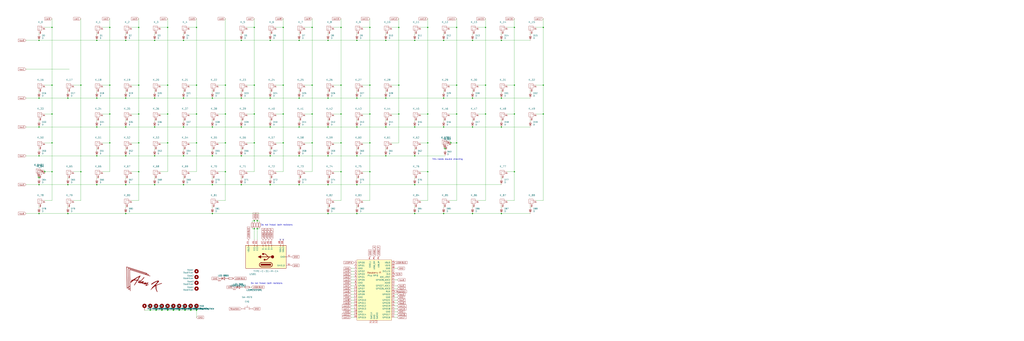
<source format=kicad_sch>
(kicad_sch (version 20211123) (generator eeschema)
  (paper "User" 899.998 299.999)
  (title_block (title "EnvKB") (date "2021-03-08") (rev "Rev.B") (company "Envious Media"))
  (junction (at 152.4 273.05))
  (junction (at 96.52 74.93))
  (junction (at 121.92 24.13))
  (junction (at 137.16 273.05))
  (junction (at 389.89 35.56))
  (junction (at 198.12 151.13))
  (junction (at 85.09 86.36))
  (junction (at 161.29 86.36))
  (junction (at 396.24 125.73))
  (junction (at 477.52 24.13))
  (junction (at 339.09 111.76))
  (junction (at 45.72 151.13))
  (junction (at 161.29 162.56))
  (junction (at 172.72 125.73))
  (junction (at 45.72 100.33))
  (junction (at 135.89 35.56))
  (junction (at 186.69 111.76))
  (junction (at 121.92 74.93))
  (junction (at 157.48 273.05))
  (junction (at 223.52 125.73))
  (junction (at 96.52 125.73))
  (junction (at 147.32 74.93))
  (junction (at 477.52 100.33))
  (junction (at 110.49 111.76))
  (junction (at 223.52 74.93))
  (junction (at 389.89 187.96))
  (junction (at 325.12 74.93))
  (junction (at 161.29 111.76))
  (junction (at 339.09 86.36))
  (junction (at 237.49 137.16))
  (junction (at 401.32 24.13))
  (junction (at 39.37 151.13))
  (junction (at 440.69 187.96))
  (junction (at 45.72 125.73))
  (junction (at 237.49 162.56))
  (junction (at 186.69 137.16))
  (junction (at 339.09 35.56))
  (junction (at 248.92 125.73))
  (junction (at 161.29 137.16))
  (junction (at 313.69 187.96))
  (junction (at 135.89 111.76))
  (junction (at 223.52 24.13))
  (junction (at 288.29 187.96))
  (junction (at 186.69 86.36))
  (junction (at 198.12 125.73))
  (junction (at 440.69 111.76))
  (junction (at 132.08 273.05))
  (junction (at 262.89 162.56))
  (junction (at 85.09 137.16))
  (junction (at 45.72 74.93))
  (junction (at 262.89 86.36))
  (junction (at 391.16 130.81))
  (junction (at 135.89 137.16))
  (junction (at 248.92 74.93))
  (junction (at 426.72 24.13))
  (junction (at 59.69 187.96))
  (junction (at 135.89 162.56))
  (junction (at 452.12 100.33))
  (junction (at 288.29 111.76))
  (junction (at 147.32 24.13))
  (junction (at 34.29 162.56))
  (junction (at 313.69 162.56))
  (junction (at 34.29 86.36))
  (junction (at 212.09 35.56))
  (junction (at 59.69 162.56))
  (junction (at 248.92 24.13))
  (junction (at 274.32 24.13))
  (junction (at 274.32 74.93))
  (junction (at 415.29 35.56))
  (junction (at 415.29 111.76))
  (junction (at 59.69 86.36))
  (junction (at 288.29 35.56))
  (junction (at 401.32 100.33))
  (junction (at 223.52 194.31))
  (junction (at 274.32 100.33))
  (junction (at 313.69 137.16))
  (junction (at 452.12 24.13))
  (junction (at 364.49 187.96))
  (junction (at 161.29 35.56))
  (junction (at 135.89 86.36))
  (junction (at 299.72 100.33))
  (junction (at 121.92 151.13))
  (junction (at 110.49 162.56))
  (junction (at 34.29 111.76))
  (junction (at 110.49 187.96))
  (junction (at 299.72 151.13))
  (junction (at 172.72 100.33))
  (junction (at 110.49 86.36))
  (junction (at 71.12 151.13))
  (junction (at 339.09 137.16))
  (junction (at 223.52 201.295))
  (junction (at 440.69 86.36))
  (junction (at 248.92 100.33))
  (junction (at 186.69 162.56))
  (junction (at 440.69 35.56))
  (junction (at 288.29 86.36))
  (junction (at 142.24 273.05))
  (junction (at 172.72 273.05))
  (junction (at 110.49 137.16))
  (junction (at 237.49 111.76))
  (junction (at 299.72 74.93))
  (junction (at 121.92 100.33))
  (junction (at 121.92 125.73))
  (junction (at 110.49 35.56))
  (junction (at 262.89 35.56))
  (junction (at 147.32 100.33))
  (junction (at 288.29 137.16))
  (junction (at 45.72 24.13))
  (junction (at 426.72 100.33))
  (junction (at 415.29 86.36))
  (junction (at 34.29 187.96))
  (junction (at 274.32 125.73))
  (junction (at 223.52 100.33))
  (junction (at 198.12 74.93))
  (junction (at 262.89 137.16))
  (junction (at 389.89 86.36))
  (junction (at 350.52 74.93))
  (junction (at 364.49 162.56))
  (junction (at 198.12 100.33))
  (junction (at 375.92 125.73))
  (junction (at 375.92 24.13))
  (junction (at 34.29 35.56))
  (junction (at 299.72 24.13))
  (junction (at 288.29 162.56))
  (junction (at 452.12 151.13))
  (junction (at 350.52 100.33))
  (junction (at 34.29 156.21))
  (junction (at 212.09 162.56))
  (junction (at 226.06 201.295))
  (junction (at 147.32 125.73))
  (junction (at 325.12 24.13))
  (junction (at 212.09 137.16))
  (junction (at 313.69 86.36))
  (junction (at 313.69 111.76))
  (junction (at 71.12 74.93))
  (junction (at 426.72 74.93))
  (junction (at 325.12 151.13))
  (junction (at 226.06 194.31))
  (junction (at 401.32 74.93))
  (junction (at 299.72 125.73))
  (junction (at 186.69 187.96))
  (junction (at 364.49 111.76))
  (junction (at 364.49 137.16))
  (junction (at 85.09 111.76))
  (junction (at 237.49 86.36))
  (junction (at 85.09 35.56))
  (junction (at 96.52 24.13))
  (junction (at 167.64 273.05))
  (junction (at 375.92 100.33))
  (junction (at 85.09 162.56))
  (junction (at 212.09 86.36))
  (junction (at 415.29 187.96))
  (junction (at 477.52 74.93))
  (junction (at 237.49 35.56))
  (junction (at 96.52 100.33))
  (junction (at 401.32 125.73))
  (junction (at 313.69 35.56))
  (junction (at 162.56 273.05))
  (junction (at 389.89 111.76))
  (junction (at 350.52 24.13))
  (junction (at 34.29 137.16))
  (junction (at 172.72 24.13))
  (junction (at 452.12 74.93))
  (junction (at 325.12 100.33))
  (junction (at 212.09 111.76))
  (junction (at 375.92 151.13))
  (junction (at 147.32 273.05))
  (junction (at 325.12 125.73))
  (junction (at 262.89 111.76))
  (junction (at 172.72 74.93))
  (junction (at 364.49 35.56))
  (no_connect (at 246.38 210.82))
  (no_connect (at 248.92 210.82))
  (wire (pts (xy 186.69 187.96) (xy 288.29 187.96)))
  (wire (pts (xy 161.29 29.21) (xy 161.29 30.48)))
  (wire (pts (xy 140.97 74.93) (xy 147.32 74.93)))
  (wire (pts (xy 172.72 24.13) (xy 172.72 74.93)))
  (wire (pts (xy 34.29 137.16) (xy 85.09 137.16)))
  (wire (pts (xy 288.29 86.36) (xy 313.69 86.36)))
  (wire (pts (xy 85.09 86.36) (xy 110.49 86.36)))
  (wire (pts (xy 147.32 125.73) (xy 147.32 100.33)))
  (wire (pts (xy 452.12 151.13) (xy 452.12 100.33)))
  (wire (pts (xy 132.08 273.05) (xy 137.16 273.05)))
  (wire (pts (xy 445.77 176.53) (xy 452.12 176.53)))
  (wire (pts (xy 445.77 74.93) (xy 452.12 74.93)))
  (wire (pts (xy 346.71 251.46) (xy 349.25 251.46)))
  (wire (pts (xy 477.52 100.33) (xy 477.52 74.93)))
  (wire (pts (xy 344.17 24.13) (xy 350.52 24.13)))
  (wire (pts (xy 308.61 248.92) (xy 311.15 248.92)))
  (wire (pts (xy 96.52 16.51) (xy 96.52 24.13)))
  (wire (pts (xy 213.36 252.73) (xy 214.63 252.73)))
  (wire (pts (xy 391.16 130.81) (xy 391.16 132.08)))
  (wire (pts (xy 223.52 151.13) (xy 223.52 125.73)))
  (wire (pts (xy 198.12 151.13) (xy 198.12 125.73)))
  (wire (pts (xy 369.57 176.53) (xy 375.92 176.53)))
  (wire (pts (xy 394.97 74.93) (xy 401.32 74.93)))
  (wire (pts (xy 39.37 125.73) (xy 45.72 125.73)))
  (wire (pts (xy 471.17 74.93) (xy 477.52 74.93)))
  (wire (pts (xy 401.32 24.13) (xy 401.32 74.93)))
  (wire (pts (xy 135.89 162.56) (xy 161.29 162.56)))
  (wire (pts (xy 440.69 35.56) (xy 466.09 35.56)))
  (wire (pts (xy 198.12 176.53) (xy 198.12 151.13)))
  (wire (pts (xy 313.69 35.56) (xy 339.09 35.56)))
  (wire (pts (xy 34.29 105.41) (xy 34.29 106.68)))
  (wire (pts (xy 440.69 29.21) (xy 440.69 30.48)))
  (wire (pts (xy 237.49 111.76) (xy 262.89 111.76)))
  (wire (pts (xy 212.09 80.01) (xy 212.09 81.28)))
  (wire (pts (xy 375.92 16.51) (xy 375.92 24.13)))
  (wire (pts (xy 299.72 176.53) (xy 299.72 151.13)))
  (wire (pts (xy 45.72 24.13) (xy 45.72 74.93)))
  (wire (pts (xy 389.89 187.96) (xy 415.29 187.96)))
  (wire (pts (xy 452.12 100.33) (xy 452.12 74.93)))
  (wire (pts (xy 242.57 151.13) (xy 248.92 151.13)))
  (wire (pts (xy 242.57 125.73) (xy 248.92 125.73)))
  (wire (pts (xy 344.17 100.33) (xy 350.52 100.33)))
  (wire (pts (xy 288.29 130.81) (xy 288.29 132.08)))
  (wire (pts (xy 477.52 24.13) (xy 477.52 74.93)))
  (wire (pts (xy 471.17 24.13) (xy 477.52 24.13)))
  (wire (pts (xy 212.09 130.81) (xy 212.09 132.08)))
  (wire (pts (xy 346.71 264.16) (xy 349.25 264.16)))
  (wire (pts (xy 426.72 24.13) (xy 426.72 74.93)))
  (wire (pts (xy 121.92 24.13) (xy 121.92 74.93)))
  (wire (pts (xy 288.29 187.96) (xy 313.69 187.96)))
  (wire (pts (xy 45.72 16.51) (xy 45.72 24.13)))
  (wire (pts (xy 267.97 100.33) (xy 274.32 100.33)))
  (wire (pts (xy 64.77 176.53) (xy 71.12 176.53)))
  (wire (pts (xy 375.92 151.13) (xy 375.92 125.73)))
  (wire (pts (xy 34.29 156.21) (xy 34.29 157.48)))
  (wire (pts (xy 477.52 16.51) (xy 477.52 24.13)))
  (wire (pts (xy 212.09 29.21) (xy 212.09 30.48)))
  (wire (pts (xy 313.69 29.21) (xy 313.69 30.48)))
  (wire (pts (xy 267.97 74.93) (xy 274.32 74.93)))
  (wire (pts (xy 96.52 125.73) (xy 96.52 100.33)))
  (wire (pts (xy 311.15 238.76) (xy 308.61 238.76)))
  (wire (pts (xy 161.29 80.01) (xy 161.29 81.28)))
  (wire (pts (xy 308.61 269.24) (xy 311.15 269.24)))
  (wire (pts (xy 389.89 111.76) (xy 415.29 111.76)))
  (wire (pts (xy 223.52 125.73) (xy 223.52 100.33)))
  (wire (pts (xy 311.15 279.4) (xy 308.61 279.4)))
  (wire (pts (xy 135.89 80.01) (xy 135.89 81.28)))
  (wire (pts (xy 313.69 137.16) (xy 339.09 137.16)))
  (wire (pts (xy 226.06 201.295) (xy 226.06 210.82)))
  (wire (pts (xy 293.37 151.13) (xy 299.72 151.13)))
  (wire (pts (xy 34.29 111.76) (xy 85.09 111.76)))
  (wire (pts (xy 152.4 273.05) (xy 157.48 273.05)))
  (wire (pts (xy 262.89 130.81) (xy 262.89 132.08)))
  (wire (pts (xy 288.29 105.41) (xy 288.29 106.68)))
  (wire (pts (xy 364.49 29.21) (xy 364.49 30.48)))
  (wire (pts (xy 212.09 111.76) (xy 237.49 111.76)))
  (wire (pts (xy 121.92 151.13) (xy 121.92 125.73)))
  (wire (pts (xy 22.86 111.76) (xy 34.29 111.76)))
  (wire (pts (xy 452.12 24.13) (xy 452.12 74.93)))
  (wire (pts (xy 223.52 193.675) (xy 223.52 194.31)))
  (wire (pts (xy 426.72 16.51) (xy 426.72 24.13)))
  (wire (pts (xy 135.89 111.76) (xy 161.29 111.76)))
  (wire (pts (xy 346.71 259.08) (xy 349.25 259.08)))
  (wire (pts (xy 375.92 125.73) (xy 375.92 100.33)))
  (wire (pts (xy 426.72 100.33) (xy 426.72 74.93)))
  (wire (pts (xy 59.69 162.56) (xy 85.09 162.56)))
  (wire (pts (xy 71.12 151.13) (xy 71.12 74.93)))
  (wire (pts (xy 137.16 273.05) (xy 142.24 273.05)))
  (wire (pts (xy 364.49 35.56) (xy 389.89 35.56)))
  (wire (pts (xy 242.57 74.93) (xy 248.92 74.93)))
  (wire (pts (xy 262.89 111.76) (xy 288.29 111.76)))
  (wire (pts (xy 308.61 264.16) (xy 311.15 264.16)))
  (wire (pts (xy 110.49 137.16) (xy 135.89 137.16)))
  (wire (pts (xy 115.57 74.93) (xy 121.92 74.93)))
  (wire (pts (xy 394.97 100.33) (xy 401.32 100.33)))
  (wire (pts (xy 350.52 100.33) (xy 350.52 74.93)))
  (wire (pts (xy 339.09 130.81) (xy 339.09 132.08)))
  (wire (pts (xy 33.02 154.94) (xy 33.02 156.21)))
  (wire (pts (xy 415.29 86.36) (xy 440.69 86.36)))
  (wire (pts (xy 22.86 60.96) (xy 60.96 60.96)))
  (wire (pts (xy 452.12 176.53) (xy 452.12 151.13)))
  (wire (pts (xy 325.12 16.51) (xy 325.12 24.13)))
  (wire (pts (xy 39.37 176.53) (xy 45.72 176.53)))
  (wire (pts (xy 339.09 105.41) (xy 339.09 106.68)))
  (wire (pts (xy 299.72 125.73) (xy 299.72 100.33)))
  (wire (pts (xy 339.09 29.21) (xy 339.09 30.48)))
  (wire (pts (xy 161.29 35.56) (xy 212.09 35.56)))
  (wire (pts (xy 115.57 24.13) (xy 121.92 24.13)))
  (wire (pts (xy 466.09 29.21) (xy 466.09 30.48)))
  (wire (pts (xy 96.52 100.33) (xy 96.52 74.93)))
  (wire (pts (xy 227.965 200.66) (xy 227.965 201.295)))
  (wire (pts (xy 394.97 176.53) (xy 401.32 176.53)))
  (wire (pts (xy 96.52 151.13) (xy 96.52 125.73)))
  (wire (pts (xy 415.29 35.56) (xy 440.69 35.56)))
  (wire (pts (xy 59.69 181.61) (xy 59.69 182.88)))
  (wire (pts (xy 401.32 100.33) (xy 401.32 74.93)))
  (wire (pts (xy 293.37 24.13) (xy 299.72 24.13)))
  (wire (pts (xy 389.89 130.81) (xy 391.16 130.81)))
  (wire (pts (xy 161.29 130.81) (xy 161.29 132.08)))
  (wire (pts (xy 135.89 137.16) (xy 161.29 137.16)))
  (wire (pts (xy 293.37 100.33) (xy 299.72 100.33)))
  (wire (pts (xy 186.69 105.41) (xy 186.69 106.68)))
  (wire (pts (xy 274.32 125.73) (xy 274.32 100.33)))
  (wire (pts (xy 313.69 86.36) (xy 339.09 86.36)))
  (wire (pts (xy 415.29 80.01) (xy 415.29 81.28)))
  (wire (pts (xy 346.71 261.62) (xy 349.25 261.62)))
  (wire (pts (xy 212.09 162.56) (xy 237.49 162.56)))
  (wire (pts (xy 262.89 80.01) (xy 262.89 81.28)))
  (wire (pts (xy 85.09 137.16) (xy 110.49 137.16)))
  (wire (pts (xy 452.12 16.51) (xy 452.12 24.13)))
  (wire (pts (xy 339.09 111.76) (xy 364.49 111.76)))
  (wire (pts (xy 394.97 124.46) (xy 396.24 124.46)))
  (wire (pts (xy 45.72 100.33) (xy 45.72 74.93)))
  (wire (pts (xy 22.86 35.56) (xy 34.29 35.56)))
  (wire (pts (xy 364.49 162.56) (xy 440.69 162.56)))
  (wire (pts (xy 339.09 86.36) (xy 389.89 86.36)))
  (wire (pts (xy 212.09 105.41) (xy 212.09 106.68)))
  (wire (pts (xy 471.17 176.53) (xy 477.52 176.53)))
  (wire (pts (xy 248.92 125.73) (xy 248.92 100.33)))
  (wire (pts (xy 364.49 105.41) (xy 364.49 106.68)))
  (wire (pts (xy 85.09 111.76) (xy 110.49 111.76)))
  (wire (pts (xy 311.15 236.22) (xy 308.61 236.22)))
  (wire (pts (xy 135.89 29.21) (xy 135.89 30.48)))
  (wire (pts (xy 440.69 187.96) (xy 466.09 187.96)))
  (wire (pts (xy 223.52 24.13) (xy 223.52 74.93)))
  (wire (pts (xy 445.77 100.33) (xy 452.12 100.33)))
  (wire (pts (xy 90.17 74.93) (xy 96.52 74.93)))
  (wire (pts (xy 237.49 105.41) (xy 237.49 106.68)))
  (wire (pts (xy 313.69 156.21) (xy 313.69 157.48)))
  (wire (pts (xy 147.32 16.51) (xy 147.32 24.13)))
  (wire (pts (xy 308.61 266.7) (xy 311.15 266.7)))
  (wire (pts (xy 308.61 259.08) (xy 311.15 259.08)))
  (wire (pts (xy 161.29 111.76) (xy 186.69 111.76)))
  (wire (pts (xy 466.09 105.41) (xy 466.09 106.68)))
  (wire (pts (xy 198.12 100.33) (xy 198.12 74.93)))
  (wire (pts (xy 212.09 35.56) (xy 237.49 35.56)))
  (wire (pts (xy 221.615 195.58) (xy 221.615 194.31)))
  (wire (pts (xy 45.72 151.13) (xy 45.72 125.73)))
  (wire (pts (xy 262.89 162.56) (xy 288.29 162.56)))
  (wire (pts (xy 217.17 151.13) (xy 223.52 151.13)))
  (wire (pts (xy 346.71 274.32) (xy 349.25 274.32)))
  (wire (pts (xy 440.69 181.61) (xy 440.69 182.88)))
  (wire (pts (xy 172.72 151.13) (xy 172.72 125.73)))
  (wire (pts (xy 227.965 195.58) (xy 227.965 194.31)))
  (wire (pts (xy 375.92 176.53) (xy 375.92 151.13)))
  (wire (pts (xy 172.72 125.73) (xy 172.72 100.33)))
  (wire (pts (xy 64.77 74.93) (xy 71.12 74.93)))
  (wire (pts (xy 198.12 125.73) (xy 198.12 100.33)))
  (wire (pts (xy 22.86 137.16) (xy 34.29 137.16)))
  (wire (pts (xy 248.92 16.51) (xy 248.92 24.13)))
  (wire (pts (xy 217.17 125.73) (xy 223.52 125.73)))
  (wire (pts (xy 308.61 274.32) (xy 311.15 274.32)))
  (wire (pts (xy 142.24 273.05) (xy 147.32 273.05)))
  (wire (pts (xy 85.09 80.01) (xy 85.09 81.28)))
  (wire (pts (xy 166.37 151.13) (xy 172.72 151.13)))
  (wire (pts (xy 440.69 111.76) (xy 466.09 111.76)))
  (wire (pts (xy 34.29 29.21) (xy 34.29 30.48)))
  (wire (pts (xy 85.09 156.21) (xy 85.09 157.48)))
  (wire (pts (xy 349.25 266.7) (xy 346.71 266.7)))
  (wire (pts (xy 445.77 151.13) (xy 452.12 151.13)))
  (wire (pts (xy 226.06 193.675) (xy 226.06 194.31)))
  (wire (pts (xy 237.49 130.81) (xy 237.49 132.08)))
  (wire (pts (xy 59.69 80.01) (xy 59.69 81.28)))
  (wire (pts (xy 299.72 100.33) (xy 299.72 74.93)))
  (wire (pts (xy 293.37 176.53) (xy 299.72 176.53)))
  (wire (pts (xy 110.49 35.56) (xy 135.89 35.56)))
  (wire (pts (xy 90.17 125.73) (xy 96.52 125.73)))
  (wire (pts (xy 389.89 181.61) (xy 389.89 182.88)))
  (wire (pts (xy 217.17 74.93) (xy 223.52 74.93)))
  (wire (pts (xy 71.12 176.53) (xy 71.12 151.13)))
  (wire (pts (xy 34.29 80.01) (xy 34.29 81.28)))
  (wire (pts (xy 325.12 176.53) (xy 325.12 151.13)))
  (wire (pts (xy 59.69 187.96) (xy 110.49 187.96)))
  (wire (pts (xy 39.37 149.86) (xy 38.1 149.86)))
  (wire (pts (xy 420.37 176.53) (xy 426.72 176.53)))
  (wire (pts (xy 440.69 86.36) (xy 466.09 86.36)))
  (wire (pts (xy 161.29 156.21) (xy 161.29 157.48)))
  (wire (pts (xy 339.09 80.01) (xy 339.09 81.28)))
  (wire (pts (xy 227.965 201.295) (xy 226.06 201.295)))
  (wire (pts (xy 135.89 105.41) (xy 135.89 106.68)))
  (wire (pts (xy 369.57 24.13) (xy 375.92 24.13)))
  (wire (pts (xy 34.29 35.56) (xy 85.09 35.56)))
  (wire (pts (xy 401.32 100.33) (xy 401.32 125.73)))
  (wire (pts (xy 90.17 24.13) (xy 96.52 24.13)))
  (wire (pts (xy 221.615 200.66) (xy 221.615 201.295)))
  (wire (pts (xy 313.69 111.76) (xy 339.09 111.76)))
  (wire (pts (xy 299.72 16.51) (xy 299.72 24.13)))
  (wire (pts (xy 311.15 243.84) (xy 308.61 243.84)))
  (wire (pts (xy 135.89 130.81) (xy 135.89 132.08)))
  (wire (pts (xy 375.92 24.13) (xy 375.92 100.33)))
  (wire (pts (xy 161.29 162.56) (xy 186.69 162.56)))
  (wire (pts (xy 191.77 151.13) (xy 198.12 151.13)))
  (wire (pts (xy 415.29 105.41) (xy 415.29 106.68)))
  (wire (pts (xy 389.89 80.01) (xy 389.89 81.28)))
  (wire (pts (xy 339.09 35.56) (xy 364.49 35.56)))
  (wire (pts (xy 110.49 86.36) (xy 135.89 86.36)))
  (wire (pts (xy 311.15 251.46) (xy 308.61 251.46)))
  (wire (pts (xy 186.69 162.56) (xy 212.09 162.56)))
  (wire (pts (xy 308.61 246.38) (xy 311.15 246.38)))
  (wire (pts (xy 237.49 80.01) (xy 237.49 81.28)))
  (wire (pts (xy 110.49 187.96) (xy 186.69 187.96)))
  (wire (pts (xy 364.49 187.96) (xy 389.89 187.96)))
  (wire (pts (xy 223.52 194.31) (xy 223.52 195.58)))
  (wire (pts (xy 274.32 151.13) (xy 274.32 125.73)))
  (wire (pts (xy 186.69 181.61) (xy 186.69 182.88)))
  (wire (pts (xy 440.69 80.01) (xy 440.69 81.28)))
  (wire (pts (xy 318.77 125.73) (xy 325.12 125.73)))
  (wire (pts (xy 161.29 105.41) (xy 161.29 106.68)))
  (wire (pts (xy 267.97 24.13) (xy 274.32 24.13)))
  (wire (pts (xy 167.64 273.05) (xy 172.72 273.05)))
  (wire (pts (xy 318.77 100.33) (xy 325.12 100.33)))
  (wire (pts (xy 140.97 100.33) (xy 147.32 100.33)))
  (wire (pts (xy 212.09 137.16) (xy 237.49 137.16)))
  (wire (pts (xy 325.12 125.73) (xy 325.12 100.33)))
  (wire (pts (xy 313.69 80.01) (xy 313.69 81.28)))
  (wire (pts (xy 221.615 201.295) (xy 223.52 201.295)))
  (wire (pts (xy 396.24 124.46) (xy 396.24 125.73)))
  (wire (pts (xy 161.29 137.16) (xy 186.69 137.16)))
  (wire (pts (xy 471.17 100.33) (xy 477.52 100.33)))
  (wire (pts (xy 364.49 130.81) (xy 364.49 132.08)))
  (wire (pts (xy 115.57 176.53) (xy 121.92 176.53)))
  (wire (pts (xy 135.89 86.36) (xy 161.29 86.36)))
  (wire (pts (xy 85.09 105.41) (xy 85.09 106.68)))
  (wire (pts (xy 274.32 100.33) (xy 274.32 74.93)))
  (wire (pts (xy 311.15 271.78) (xy 308.61 271.78)))
  (wire (pts (xy 110.49 105.41) (xy 110.49 106.68)))
  (wire (pts (xy 140.97 24.13) (xy 147.32 24.13)))
  (wire (pts (xy 226.06 194.31) (xy 226.06 195.58)))
  (wire (pts (xy 172.72 273.05) (xy 172.72 279.4)))
  (wire (pts (xy 223.52 100.33) (xy 223.52 74.93)))
  (wire (pts (xy 420.37 24.13) (xy 426.72 24.13)))
  (wire (pts (xy 110.49 130.81) (xy 110.49 132.08)))
  (wire (pts (xy 262.89 86.36) (xy 288.29 86.36)))
  (wire (pts (xy 325.12 151.13) (xy 325.12 125.73)))
  (wire (pts (xy 22.86 162.56) (xy 34.29 162.56)))
  (wire (pts (xy 115.57 151.13) (xy 121.92 151.13)))
  (wire (pts (xy 396.24 125.73) (xy 401.32 125.73)))
  (wire (pts (xy 369.57 125.73) (xy 375.92 125.73)))
  (wire (pts (xy 288.29 181.61) (xy 288.29 182.88)))
  (wire (pts (xy 39.37 24.13) (xy 45.72 24.13)))
  (wire (pts (xy 191.77 125.73) (xy 198.12 125.73)))
  (wire (pts (xy 344.17 74.93) (xy 350.52 74.93)))
  (wire (pts (xy 237.49 29.21) (xy 237.49 30.48)))
  (wire (pts (xy 339.09 137.16) (xy 364.49 137.16)))
  (wire (pts (xy 34.29 86.36) (xy 59.69 86.36)))
  (wire (pts (xy 39.37 151.13) (xy 39.37 149.86)))
  (wire (pts (xy 369.57 151.13) (xy 375.92 151.13)))
  (wire (pts (xy 364.49 181.61) (xy 364.49 182.88)))
  (wire (pts (xy 227.965 194.31) (xy 226.06 194.31)))
  (wire (pts (xy 288.29 111.76) (xy 313.69 111.76)))
  (wire (pts (xy 45.72 176.53) (xy 45.72 151.13)))
  (wire (pts (xy 34.29 130.81) (xy 34.29 132.08)))
  (wire (pts (xy 288.29 80.01) (xy 288.29 81.28)))
  (wire (pts (xy 226.06 200.66) (xy 226.06 201.295)))
  (wire (pts (xy 288.29 156.21) (xy 288.29 157.48)))
  (wire (pts (xy 237.49 156.21) (xy 237.49 157.48)))
  (wire (pts (xy 110.49 162.56) (xy 135.89 162.56)))
  (wire (pts (xy 346.71 279.4) (xy 349.25 279.4)))
  (wire (pts (xy 415.29 187.96) (xy 440.69 187.96)))
  (wire (pts (xy 140.97 125.73) (xy 147.32 125.73)))
  (wire (pts (xy 318.77 74.93) (xy 325.12 74.93)))
  (wire (pts (xy 71.12 16.51) (xy 71.12 74.93)))
  (wire (pts (xy 389.89 129.54) (xy 389.89 130.81)))
  (wire (pts (xy 274.32 16.51) (xy 274.32 24.13)))
  (wire (pts (xy 293.37 125.73) (xy 299.72 125.73)))
  (wire (pts (xy 127 273.05) (xy 132.08 273.05)))
  (wire (pts (xy 212.09 156.21) (xy 212.09 157.48)))
  (wire (pts (xy 288.29 35.56) (xy 313.69 35.56)))
  (wire (pts (xy 288.29 137.16) (xy 313.69 137.16)))
  (wire (pts (xy 147.32 273.05) (xy 152.4 273.05)))
  (wire (pts (xy 34.29 187.96) (xy 59.69 187.96)))
  (wire (pts (xy 311.15 256.54) (xy 308.61 256.54)))
  (wire (pts (xy 346.71 269.24) (xy 349.25 269.24)))
  (wire (pts (xy 262.89 137.16) (xy 288.29 137.16)))
  (wire (pts (xy 186.69 137.16) (xy 212.09 137.16)))
  (wire (pts (xy 346.71 246.38) (xy 349.25 246.38)))
  (wire (pts (xy 22.86 187.96) (xy 34.29 187.96)))
  (wire (pts (xy 110.49 80.01) (xy 110.49 81.28)))
  (wire (pts (xy 85.09 130.81) (xy 85.09 132.08)))
  (wire (pts (xy 186.69 86.36) (xy 212.09 86.36)))
  (wire (pts (xy 166.37 24.13) (xy 172.72 24.13)))
  (wire (pts (xy 242.57 100.33) (xy 248.92 100.33)))
  (wire (pts (xy 223.52 16.51) (xy 223.52 24.13)))
  (wire (pts (xy 262.89 156.21) (xy 262.89 157.48)))
  (wire (pts (xy 350.52 24.13) (xy 350.52 74.93)))
  (wire (pts (xy 318.77 176.53) (xy 325.12 176.53)))
  (wire (pts (xy 219.71 252.73) (xy 220.98 252.73)))
  (wire (pts (xy 110.49 156.21) (xy 110.49 157.48)))
  (wire (pts (xy 389.89 105.41) (xy 389.89 106.68)))
  (wire (pts (xy 39.37 74.93) (xy 45.72 74.93)))
  (wire (pts (xy 389.89 35.56) (xy 415.29 35.56)))
  (wire (pts (xy 364.49 137.16) (xy 391.16 137.16)))
  (wire (pts (xy 293.37 74.93) (xy 299.72 74.93)))
  (wire (pts (xy 389.89 29.21) (xy 389.89 30.48)))
  (wire (pts (xy 186.69 156.21) (xy 186.69 157.48)))
  (wire (pts (xy 147.32 100.33) (xy 147.32 74.93)))
  (wire (pts (xy 248.92 100.33) (xy 248.92 74.93)))
  (wire (pts (xy 313.69 105.41) (xy 313.69 106.68)))
  (wire (pts (xy 299.72 151.13) (xy 299.72 125.73)))
  (wire (pts (xy 110.49 29.21) (xy 110.49 30.48)))
  (wire (pts (xy 90.17 100.33) (xy 96.52 100.33)))
  (wire (pts (xy 161.29 86.36) (xy 186.69 86.36)))
  (wire (pts (xy 121.92 125.73) (xy 121.92 100.33)))
  (wire (pts (xy 426.72 176.53) (xy 426.72 100.33)))
  (wire (pts (xy 191.77 74.93) (xy 198.12 74.93)))
  (wire (pts (xy 39.37 151.13) (xy 45.72 151.13)))
  (wire (pts (xy 401.32 125.73) (xy 401.32 176.53)))
  (wire (pts (xy 186.69 130.81) (xy 186.69 132.08)))
  (wire (pts (xy 121.92 16.51) (xy 121.92 24.13)))
  (wire (pts (xy 237.49 86.36) (xy 262.89 86.36)))
  (wire (pts (xy 308.61 261.62) (xy 311.15 261.62)))
  (wire (pts (xy 191.77 176.53) (xy 198.12 176.53)))
  (wire (pts (xy 115.57 100.33) (xy 121.92 100.33)))
  (wire (pts (xy 221.615 194.31) (xy 223.52 194.31)))
  (wire (pts (xy 325.12 100.33) (xy 325.12 74.93)))
  (wire (pts (xy 318.77 24.13) (xy 325.12 24.13)))
  (wire (pts (xy 369.57 100.33) (xy 375.92 100.33)))
  (wire (pts (xy 85.09 162.56) (xy 110.49 162.56)))
  (wire (pts (xy 346.71 271.78) (xy 349.25 271.78)))
  (wire (pts (xy 223.52 200.66) (xy 223.52 201.295)))
  (wire (pts (xy 186.69 80.01) (xy 186.69 81.28)))
  (wire (pts (xy 477.52 176.53) (xy 477.52 100.33)))
  (wire (pts (xy 288.29 162.56) (xy 313.69 162.56)))
  (wire (pts (xy 267.97 125.73) (xy 274.32 125.73)))
  (wire (pts (xy 90.17 151.13) (xy 96.52 151.13)))
  (wire (pts (xy 217.17 24.13) (xy 223.52 24.13)))
  (wire (pts (xy 262.89 105.41) (xy 262.89 106.68)))
  (wire (pts (xy 186.69 111.76) (xy 212.09 111.76)))
  (wire (pts (xy 313.69 181.61) (xy 313.69 182.88)))
  (wire (pts (xy 445.77 24.13) (xy 452.12 24.13)))
  (wire (pts (xy 166.37 125.73) (xy 172.72 125.73)))
  (wire (pts (xy 308.61 276.86) (xy 311.15 276.86)))
  (wire (pts (xy 212.09 86.36) (xy 237.49 86.36)))
  (wire (pts (xy 237.49 35.56) (xy 262.89 35.56)))
  (wire (pts (xy 274.32 24.13) (xy 274.32 74.93)))
  (wire (pts (xy 121.92 176.53) (xy 121.92 151.13)))
  (wire (pts (xy 59.69 156.21) (xy 59.69 157.48)))
  (wire (pts (xy 237.49 162.56) (xy 262.89 162.56)))
  (wire (pts (xy 147.32 24.13) (xy 147.32 74.93)))
  (wire (pts (xy 344.17 125.73) (xy 350.52 125.73)))
  (wire (pts (xy 415.29 111.76) (xy 440.69 111.76)))
  (wire (pts (xy 350.52 125.73) (xy 350.52 100.33)))
  (wire (pts (xy 308.61 241.3) (xy 311.15 241.3)))
  (wire (pts (xy 162.56 273.05) (xy 167.64 273.05)))
  (wire (pts (xy 440.69 105.41) (xy 440.69 106.68)))
  (wire (pts (xy 248.92 24.13) (xy 248.92 74.93)))
  (wire (pts (xy 166.37 74.93) (xy 172.72 74.93)))
  (wire (pts (xy 22.86 86.36) (xy 34.29 86.36)))
  (wire (pts (xy 64.77 151.13) (xy 71.12 151.13)))
  (wire (pts (xy 237.49 137.16) (xy 262.89 137.16)))
  (wire (pts (xy 135.89 35.56) (xy 161.29 35.56)))
  (wire (pts (xy 110.49 181.61) (xy 110.49 182.88)))
  (wire (pts (xy 313.69 130.81) (xy 313.69 132.08)))
  (wire (pts (xy 248.92 151.13) (xy 248.92 125.73)))
  (wire (pts (xy 466.09 181.61) (xy 466.09 182.88)))
  (wire (pts (xy 135.89 156.21) (xy 135.89 157.48)))
  (wire (pts (xy 217.17 100.33) (xy 223.52 100.33)))
  (wire (pts (xy 34.29 181.61) (xy 34.29 182.88)))
  (wire (pts (xy 401.32 16.51) (xy 401.32 24.13)))
  (wire (pts (xy 440.69 156.21) (xy 440.69 157.48)))
  (wire (pts (xy 308.61 254) (xy 311.15 254)))
  (wire (pts (xy 110.49 111.76) (xy 135.89 111.76)))
  (wire (pts (xy 346.71 236.22) (xy 349.25 236.22)))
  (wire (pts (xy 364.49 156.21) (xy 364.49 157.48)))
  (wire (pts (xy 267.97 151.13) (xy 274.32 151.13)))
  (wire (pts (xy 262.89 29.21) (xy 262.89 30.48)))
  (wire (pts (xy 420.37 74.93) (xy 426.72 74.93)))
  (wire (pts (xy 389.89 86.36) (xy 415.29 86.36)))
  (wire (pts (xy 140.97 151.13) (xy 147.32 151.13)))
  (wire (pts (xy 121.92 100.33) (xy 121.92 74.93)))
  (wire (pts (xy 466.09 80.01) (xy 466.09 81.28)))
  (wire (pts (xy 313.69 162.56) (xy 364.49 162.56)))
  (wire (pts (xy 59.69 86.36) (xy 85.09 86.36)))
  (wire (pts (xy 115.57 125.73) (xy 121.92 125.73)))
  (wire (pts (xy 349.25 276.86) (xy 346.71 276.86)))
  (wire (pts (xy 172.72 100.33) (xy 172.72 74.93)))
  (wire (pts (xy 39.37 100.33) (xy 45.72 100.33)))
  (wire (pts (xy 198.12 16.51) (xy 198.12 74.93)))
  (wire (pts (xy 313.69 187.96) (xy 364.49 187.96)))
  (wire (pts (xy 349.25 254) (xy 346.71 254)))
  (wire (pts (xy 223.52 201.295) (xy 223.52 210.82)))
  (wire (pts (xy 415.29 181.61) (xy 415.29 182.88)))
  (wire (pts (xy 420.37 100.33) (xy 426.72 100.33)))
  (wire (pts (xy 85.09 35.56) (xy 110.49 35.56)))
  (wire (pts (xy 350.52 16.51) (xy 350.52 24.13)))
  (wire (pts (xy 394.97 24.13) (xy 401.32 24.13)))
  (wire (pts (xy 299.72 24.13) (xy 299.72 74.93)))
  (wire (pts (xy 45.72 125.73) (xy 45.72 100.33)))
  (wire (pts (xy 157.48 273.05) (xy 162.56 273.05)))
  (wire (pts (xy 262.89 35.56) (xy 288.29 35.56)))
  (wire (pts (xy 172.72 16.51) (xy 172.72 24.13)))
  (wire (pts (xy 288.29 29.21) (xy 288.29 30.48)))
  (wire (pts (xy 85.09 29.21) (xy 85.09 30.48)))
  (wire (pts (xy 191.77 100.33) (xy 198.12 100.33)))
  (wire (pts (xy 242.57 24.13) (xy 248.92 24.13)))
  (wire (pts (xy 147.32 151.13) (xy 147.32 125.73)))
  (wire (pts (xy 166.37 100.33) (xy 172.72 100.33)))
  (wire (pts (xy 325.12 24.13) (xy 325.12 74.93)))
  (wire (pts (xy 96.52 24.13) (xy 96.52 74.93)))
  (wire (pts (xy 33.02 156.21) (xy 34.29 156.21)))
  (wire (pts (xy 364.49 111.76) (xy 389.89 111.76)))
  (wire (pts (xy 34.29 162.56) (xy 59.69 162.56)))
  (wire (pts (xy 318.77 151.13) (xy 325.12 151.13)))
  (wire (pts (xy 415.29 29.21) (xy 415.29 30.48)))
  (text "This needs double checking" (at 379.73 140.97 0) (effects (font (size 1.27 1.27)) (justify left bottom)))
  (text "Do not install both resistors " (at 229.235 198.755 0) (effects (font (size 1.27 1.27)) (justify left bottom)))
  (text "Do not install both resistors " (at 220.345 250.19 0) (effects (font (size 1.27 1.27)) (justify left bottom)))
  (global_label "row0" (shape input) (at 349.25 266.7 0) (property "Intersheet References" "${INTERSHEET_REFS}" (effects hide)))
  (global_label "col11" (shape input) (at 325.12 16.51 180) (property "Intersheet References" "${INTERSHEET_REFS}" (effects hide)))
  (global_label "USB2_N" (shape input) (at 328.93 226.06 90) (property "Intersheet References" "${INTERSHEET_REFS}" (effects hide)))
  (global_label "col2" (shape input) (at 96.52 16.51 180) (property "Intersheet References" "${INTERSHEET_REFS}" (effects hide)))
  (global_label "col0" (shape input) (at 45.72 16.51 180) (property "Intersheet References" "${INTERSHEET_REFS}" (effects hide)))
  (global_label "USB2_P" (shape input) (at 332.74 226.06 90) (property "Intersheet References" "${INTERSHEET_REFS}" (effects hide)))
  (global_label "GND" (shape input) (at 308.61 236.22 180) (property "Intersheet References" "${INTERSHEET_REFS}" (effects hide)))
  (global_label "col11" (shape input) (at 308.61 271.78 180) (property "Intersheet References" "${INTERSHEET_REFS}" (effects hide)))
  (global_label "row4" (shape input) (at 22.86 137.16 180) (property "Intersheet References" "${INTERSHEET_REFS}" (effects hide)))
  (global_label "col13" (shape input) (at 308.61 279.4 180) (property "Intersheet References" "${INTERSHEET_REFS}" (effects hide)))
  (global_label "col10" (shape input) (at 299.72 16.51 180) (property "Intersheet References" "${INTERSHEET_REFS}" (effects hide)))
  (global_label "col3" (shape input) (at 308.61 246.38 180) (property "Intersheet References" "${INTERSHEET_REFS}" (effects hide)))
  (global_label "GND" (shape input) (at 226.06 193.675 90) (property "Intersheet References" "${INTERSHEET_REFS}" (effects hide)))
  (global_label "col0" (shape input) (at 308.61 238.76 180) (property "Intersheet References" "${INTERSHEET_REFS}" (effects hide)))
  (global_label "col5" (shape input) (at 308.61 254 180) (property "Intersheet References" "${INTERSHEET_REFS}" (effects hide)))
  (global_label "GND" (shape input) (at 256.54 226.06 0) (property "Intersheet References" "${INTERSHEET_REFS}" (effects hide)))
  (global_label "col12" (shape input) (at 350.52 16.51 180) (property "Intersheet References" "${INTERSHEET_REFS}" (effects hide)))
  (global_label "row4" (shape input) (at 349.25 254 0) (property "Intersheet References" "${INTERSHEET_REFS}" (effects hide)))
  (global_label "GND" (shape input) (at 325.12 226.06 90) (property "Intersheet References" "${INTERSHEET_REFS}" (effects hide)))
  (global_label "3.3V" (shape input) (at 346.71 241.3 0) (property "Intersheet References" "${INTERSHEET_REFS}" (effects hide)))
  (global_label "GND" (shape input) (at 172.72 279.4 0) (property "Intersheet References" "${INTERSHEET_REFS}" (effects hide)))
  (global_label "col4" (shape input) (at 308.61 251.46 180) (property "Intersheet References" "${INTERSHEET_REFS}" (effects hide)))
  (global_label "row5" (shape input) (at 349.25 251.46 0) (property "Intersheet References" "${INTERSHEET_REFS}" (effects hide)))
  (global_label "GND" (shape input) (at 223.52 193.675 90) (property "Intersheet References" "${INTERSHEET_REFS}" (effects hide)))
  (global_label "col7" (shape input) (at 223.52 16.51 180) (property "Intersheet References" "${INTERSHEET_REFS}" (effects hide)))
  (global_label "col14" (shape input) (at 401.32 16.51 180) (property "Intersheet References" "${INTERSHEET_REFS}" (effects hide)))
  (global_label "col9" (shape input) (at 308.61 266.7 180) (property "Intersheet References" "${INTERSHEET_REFS}" (effects hide)))
  (global_label "USBVBUS" (shape input) (at 346.71 231.14 0) (property "Intersheet References" "${INTERSHEET_REFS}" (effects hide)))
  (global_label "USBVBUS" (shape input) (at 218.44 210.82 90) (property "Intersheet References" "${INTERSHEET_REFS}" (effects hide)))
  (global_label "col5" (shape input) (at 172.72 16.51 180) (property "Intersheet References" "${INTERSHEET_REFS}" (effects hide)))
  (global_label "col10" (shape input) (at 308.61 269.24 180) (property "Intersheet References" "${INTERSHEET_REFS}" (effects hide)))
  (global_label "LEDPIN" (shape input) (at 311.15 231.14 180) (property "Intersheet References" "${INTERSHEET_REFS}" (effects hide)))
  (global_label "row1" (shape input) (at 22.86 60.96 180) (property "Intersheet References" "${INTERSHEET_REFS}" (effects hide)))
  (global_label "GND" (shape input) (at 192.532 245.11 180) (property "Intersheet References" "${INTERSHEET_REFS}" (effects hide)))
  (global_label "USBVBUS" (shape input) (at 220.98 252.73 0) (property "Intersheet References" "${INTERSHEET_REFS}" (effects hide)))
  (global_label "USB2_N" (shape input) (at 233.68 210.82 90) (property "Intersheet References" "${INTERSHEET_REFS}" (effects hide)))
  (global_label "USB2_P" (shape input) (at 236.22 210.82 90) (property "Intersheet References" "${INTERSHEET_REFS}" (effects hide)))
  (global_label "row5" (shape input) (at 22.86 162.56 180) (property "Intersheet References" "${INTERSHEET_REFS}" (effects hide)))
  (global_label "col12" (shape input) (at 308.61 276.86 180) (property "Intersheet References" "${INTERSHEET_REFS}" (effects hide)))
  (global_label "col17" (shape input) (at 477.52 16.51 180) (property "Intersheet References" "${INTERSHEET_REFS}" (effects hide)))
  (global_label "row3" (shape input) (at 22.86 111.76 180) (property "Intersheet References" "${INTERSHEET_REFS}" (effects hide)))
  (global_label "col6" (shape input) (at 198.12 16.51 180) (property "Intersheet References" "${INTERSHEET_REFS}" (effects hide)))
  (global_label "col15" (shape input) (at 426.72 16.51 180) (property "Intersheet References" "${INTERSHEET_REFS}" (effects hide)))
  (global_label "USBVBUS" (shape input) (at 205.232 245.11 0) (property "Intersheet References" "${INTERSHEET_REFS}" (effects hide)))
  (global_label "GND" (shape input) (at 308.61 274.32 180) (property "Intersheet References" "${INTERSHEET_REFS}" (effects hide)))
  (global_label "col16" (shape input) (at 452.12 16.51 180) (property "Intersheet References" "${INTERSHEET_REFS}" (effects hide)))
  (global_label "Resetbtn" (shape input) (at 346.71 256.54 0) (property "Intersheet References" "${INTERSHEET_REFS}" (effects hide)))
  (global_label "col2" (shape input) (at 308.61 243.84 180) (property "Intersheet References" "${INTERSHEET_REFS}" (effects hide)))
  (global_label "col7" (shape input) (at 308.61 259.08 180) (property "Intersheet References" "${INTERSHEET_REFS}" (effects hide)))
  (global_label "GND" (shape input) (at 349.25 236.22 0) (property "Intersheet References" "${INTERSHEET_REFS}" (effects hide)))
  (global_label "USB2_N" (shape input) (at 231.14 210.82 90) (property "Intersheet References" "${INTERSHEET_REFS}" (effects hide)))
  (global_label "row6" (shape input) (at 22.86 187.96 180) (property "Intersheet References" "${INTERSHEET_REFS}" (effects hide)))
  (global_label "col6" (shape input) (at 308.61 256.54 180) (property "Intersheet References" "${INTERSHEET_REFS}" (effects hide)))
  (global_label "row6" (shape input) (at 349.25 246.38 0) (property "Intersheet References" "${INTERSHEET_REFS}" (effects hide)))
  (global_label "col1" (shape input) (at 71.12 16.51 180) (property "Intersheet References" "${INTERSHEET_REFS}" (effects hide)))
  (global_label "GND" (shape input) (at 256.54 233.68 0) (property "Intersheet References" "${INTERSHEET_REFS}" (effects hide)))
  (global_label "col14" (shape input) (at 349.25 269.24 0) (property "Intersheet References" "${INTERSHEET_REFS}" (effects hide)))
  (global_label "Resetbtn" (shape input) (at 212.09 271.78 180) (property "Intersheet References" "${INTERSHEET_REFS}" (effects hide)))
  (global_label "col13" (shape input) (at 375.92 16.51 180) (property "Intersheet References" "${INTERSHEET_REFS}" (effects hide)))
  (global_label "col8" (shape input) (at 248.92 16.51 180) (property "Intersheet References" "${INTERSHEET_REFS}" (effects hide)))
  (global_label "row2" (shape input) (at 22.86 86.36 180) (property "Intersheet References" "${INTERSHEET_REFS}" (effects hide)))
  (global_label "col15" (shape input) (at 349.25 271.78 0) (property "Intersheet References" "${INTERSHEET_REFS}" (effects hide)))
  (global_label "GND" (shape input) (at 308.61 261.62 180) (property "Intersheet References" "${INTERSHEET_REFS}" (effects hide)))
  (global_label "col4" (shape input) (at 147.32 16.51 180) (property "Intersheet References" "${INTERSHEET_REFS}" (effects hide)))
  (global_label "col16" (shape input) (at 349.25 276.86 0) (property "Intersheet References" "${INTERSHEET_REFS}" (effects hide)))
  (global_label "col17" (shape input) (at 349.25 279.4 0) (property "Intersheet References" "${INTERSHEET_REFS}" (effects hide)))
  (global_label "col1" (shape input) (at 308.61 241.3 180) (property "Intersheet References" "${INTERSHEET_REFS}" (effects hide)))
  (global_label "row2" (shape input) (at 349.25 264.16 0) (property "Intersheet References" "${INTERSHEET_REFS}" (effects hide)))
  (global_label "col9" (shape input) (at 274.32 16.51 180) (property "Intersheet References" "${INTERSHEET_REFS}" (effects hide)))
  (global_label "col8" (shape input) (at 308.61 264.16 180) (property "Intersheet References" "${INTERSHEET_REFS}" (effects hide)))
  (global_label "GND" (shape input) (at 308.61 248.92 180) (property "Intersheet References" "${INTERSHEET_REFS}" (effects hide)))
  (global_label "col3" (shape input) (at 121.92 16.51 180) (property "Intersheet References" "${INTERSHEET_REFS}" (effects hide)))
  (global_label "GND" (shape input) (at 222.25 271.78 0) (property "Intersheet References" "${INTERSHEET_REFS}" (effects hide)))
  (global_label "GND" (shape input) (at 205.74 252.73 180) (property "Intersheet References" "${INTERSHEET_REFS}" (effects hide)))
  (global_label "row0" (shape input) (at 22.86 35.56 180) (property "Intersheet References" "${INTERSHEET_REFS}" (effects hide)))
  (global_label "row3" (shape input) (at 349.25 259.08 0) (property "Intersheet References" "${INTERSHEET_REFS}" (effects hide)))
  (global_label "USB2_P" (shape input) (at 238.76 210.82 90) (property "Intersheet References" "${INTERSHEET_REFS}" (effects hide)))
  (global_label "GND" (shape input) (at 349.25 274.32 0) (property "Intersheet References" "${INTERSHEET_REFS}" (effects hide)))
  (global_label "GND" (shape input) (at 349.25 261.62 0) (property "Intersheet References" "${INTERSHEET_REFS}" (effects hide)))
  (symbol (lib_id "Device:D_Small") (at 85.09 33.02 90) (unit 1)
    (property "Reference" "D1" (at 87.63 31.242 90) (effects (justify right)))
    (property "Value" "D" (at 87.63 33.528 90) (effects (justify right)))
    (property "Footprint" "EM_Extras:SOD-123+D_DO-35_SOD27_P7.62mm_Horizontal" (effects hide))
  )
  (symbol (lib_id "MX_Alps_Hybrid:MX-NoLED") (at 111.76 25.4 0) (unit 1)
    (property "Reference" "K_2" (at 111.76 19.4818 0) (effects (font (size 1.524 1.524))))
    (property "Value" "KEYSW" (effects hide))
    (property "Footprint" "MX_Only:MXOnly-1U-Hotswap-Modified" (effects hide))
  )
  (symbol (lib_id "MX_Alps_Hybrid:MX-NoLED") (at 238.76 25.4 0) (unit 1)
    (property "Reference" "K_6" (at 238.76 19.4818 0) (effects (font (size 1.524 1.524))))
    (property "Value" "KEYSW" (effects hide))
    (property "Footprint" "MX_Only:MXOnly-1U-Hotswap-Modified" (effects hide))
  )
  (symbol (lib_id "MX_Alps_Hybrid:MX-NoLED") (at 289.56 25.4 0) (unit 1)
    (property "Reference" "K_8" (at 289.56 19.4818 0) (effects (font (size 1.524 1.524))))
    (property "Value" "KEYSW" (effects hide))
    (property "Footprint" "MX_Only:MXOnly-1U-Hotswap-Modified" (effects hide))
  )
  (symbol (lib_id "Device:D_Small") (at 339.09 33.02 90) (unit 1)
    (property "Reference" "D10" (at 341.63 31.242 90) (effects (justify right)))
    (property "Value" "D" (at 341.63 33.528 90) (effects (justify right)))
    (property "Footprint" "EM_Extras:SOD-123+D_DO-35_SOD27_P7.62mm_Horizontal" (effects hide))
  )
  (symbol (lib_id "Device:D_Small") (at 364.49 33.02 90) (unit 1)
    (property "Reference" "D11" (at 367.03 31.242 90) (effects (justify right)))
    (property "Value" "D" (at 367.03 33.528 90) (effects (justify right)))
    (property "Footprint" "EM_Extras:SOD-123+D_DO-35_SOD27_P7.62mm_Horizontal" (effects hide))
  )
  (symbol (lib_id "MX_Alps_Hybrid:MX-NoLED") (at 365.76 25.4 0) (unit 1)
    (property "Reference" "K_11" (at 365.76 19.4818 0) (effects (font (size 1.524 1.524))))
    (property "Value" "KEYSW" (effects hide))
    (property "Footprint" "MX_Only:MXOnly-1U-Hotswap-Modified" (effects hide))
  )
  (symbol (lib_id "Device:D_Small") (at 389.89 33.02 90) (unit 1)
    (property "Reference" "D12" (at 392.43 31.242 90) (effects (justify right)))
    (property "Value" "D" (at 392.43 33.528 90) (effects (justify right)))
    (property "Footprint" "EM_Extras:SOD-123+D_DO-35_SOD27_P7.62mm_Horizontal" (effects hide))
  )
  (symbol (lib_id "MX_Alps_Hybrid:MX-NoLED") (at 391.16 25.4 0) (unit 1)
    (property "Reference" "K_12" (at 391.16 19.4818 0) (effects (font (size 1.524 1.524))))
    (property "Value" "KEYSW" (effects hide))
    (property "Footprint" "MX_Only:MXOnly-1U-Hotswap-Modified" (effects hide))
  )
  (symbol (lib_id "Device:D_Small") (at 415.29 33.02 90) (unit 1)
    (property "Reference" "D13" (at 417.83 31.242 90) (effects (justify right)))
    (property "Value" "D" (at 417.83 33.528 90) (effects (justify right)))
    (property "Footprint" "EM_Extras:SOD-123+D_DO-35_SOD27_P7.62mm_Horizontal" (effects hide))
  )
  (symbol (lib_id "MX_Alps_Hybrid:MX-NoLED") (at 416.56 25.4 0) (unit 1)
    (property "Reference" "K_13" (at 416.56 19.4818 0) (effects (font (size 1.524 1.524))))
    (property "Value" "KEYSW" (effects hide))
    (property "Footprint" "MX_Only:MXOnly-1U-Hotswap-Modified" (effects hide))
  )
  (symbol (lib_id "Device:D_Small") (at 440.69 33.02 90) (unit 1)
    (property "Reference" "D14" (at 443.23 31.242 90) (effects (justify right)))
    (property "Value" "D" (at 443.23 33.528 90) (effects (justify right)))
    (property "Footprint" "EM_Extras:SOD-123+D_DO-35_SOD27_P7.62mm_Horizontal" (effects hide))
  )
  (symbol (lib_id "MX_Alps_Hybrid:MX-NoLED") (at 441.96 25.4 0) (unit 1)
    (property "Reference" "K_14" (at 441.96 19.4818 0) (effects (font (size 1.524 1.524))))
    (property "Value" "KEYSW" (effects hide))
    (property "Footprint" "MX_Only:MXOnly-1U-Hotswap-Modified" (effects hide))
  )
  (symbol (lib_id "Device:D_Small") (at 466.09 33.02 90) (unit 1)
    (property "Reference" "D15" (at 468.63 31.242 90) (effects (justify right)))
    (property "Value" "D" (at 468.63 33.528 90) (effects (justify right)))
    (property "Footprint" "EM_Extras:SOD-123+D_DO-35_SOD27_P7.62mm_Horizontal" (effects hide))
  )
  (symbol (lib_id "MX_Alps_Hybrid:MX-NoLED") (at 467.36 25.4 0) (unit 1)
    (property "Reference" "K_15" (at 467.36 19.4818 0) (effects (font (size 1.524 1.524))))
    (property "Value" "KEYSW" (effects hide))
    (property "Footprint" "MX_Only:MXOnly-1U-Hotswap-Modified" (effects hide))
  )
  (symbol (lib_id "Device:D_Small") (at 34.29 83.82 90) (unit 1)
    (property "Reference" "D16" (at 36.83 82.042 90) (effects (justify right)))
    (property "Value" "D" (at 36.83 84.328 90) (effects (justify right)))
    (property "Footprint" "EM_Extras:SOD-123+D_DO-35_SOD27_P7.62mm_Horizontal" (effects hide))
  )
  (symbol (lib_id "MX_Alps_Hybrid:MX-NoLED") (at 35.56 76.2 0) (unit 1)
    (property "Reference" "K_16" (at 35.56 70.2818 0) (effects (font (size 1.524 1.524))))
    (property "Value" "KEYSW" (effects hide))
    (property "Footprint" "MX_Only:MXOnly-1U-Hotswap-Modified" (effects hide))
  )
  (symbol (lib_id "Device:D_Small") (at 59.69 83.82 90) (unit 1)
    (property "Reference" "D17" (at 62.23 82.042 90) (effects (justify right)))
    (property "Value" "D" (at 62.23 84.328 90) (effects (justify right)))
    (property "Footprint" "EM_Extras:SOD-123+D_DO-35_SOD27_P7.62mm_Horizontal" (effects hide))
  )
  (symbol (lib_id "MX_Alps_Hybrid:MX-NoLED") (at 60.96 76.2 0) (unit 1)
    (property "Reference" "K_17" (at 60.96 70.2818 0) (effects (font (size 1.524 1.524))))
    (property "Value" "KEYSW" (effects hide))
    (property "Footprint" "MX_Only:MXOnly-1U-Hotswap-Modified" (effects hide))
  )
  (symbol (lib_id "Device:D_Small") (at 85.09 83.82 90) (unit 1)
    (property "Reference" "D18" (at 87.63 82.042 90) (effects (justify right)))
    (property "Value" "D" (at 87.63 84.328 90) (effects (justify right)))
    (property "Footprint" "EM_Extras:SOD-123+D_DO-35_SOD27_P7.62mm_Horizontal" (effects hide))
  )
  (symbol (lib_id "MX_Alps_Hybrid:MX-NoLED") (at 86.36 76.2 0) (unit 1)
    (property "Reference" "K_18" (at 86.36 70.2818 0) (effects (font (size 1.524 1.524))))
    (property "Value" "KEYSW" (effects hide))
    (property "Footprint" "MX_Only:MXOnly-1U-Hotswap-Modified" (effects hide))
  )
  (symbol (lib_id "Device:D_Small") (at 110.49 83.82 90) (unit 1)
    (property "Reference" "D19" (at 113.03 82.042 90) (effects (justify right)))
    (property "Value" "D" (at 113.03 84.328 90) (effects (justify right)))
    (property "Footprint" "EM_Extras:SOD-123+D_DO-35_SOD27_P7.62mm_Horizontal" (effects hide))
  )
  (symbol (lib_id "MX_Alps_Hybrid:MX-NoLED") (at 111.76 76.2 0) (unit 1)
    (property "Reference" "K_19" (at 111.76 70.2818 0) (effects (font (size 1.524 1.524))))
    (property "Value" "KEYSW" (effects hide))
    (property "Footprint" "MX_Only:MXOnly-1U-Hotswap-Modified" (effects hide))
  )
  (symbol (lib_id "Device:D_Small") (at 135.89 83.82 90) (unit 1)
    (property "Reference" "D20" (at 138.43 82.042 90) (effects (justify right)))
    (property "Value" "D" (at 138.43 84.328 90) (effects (justify right)))
    (property "Footprint" "EM_Extras:SOD-123+D_DO-35_SOD27_P7.62mm_Horizontal" (effects hide))
  )
  (symbol (lib_id "MX_Alps_Hybrid:MX-NoLED") (at 137.16 76.2 0) (unit 1)
    (property "Reference" "K_20" (at 137.16 70.2818 0) (effects (font (size 1.524 1.524))))
    (property "Value" "KEYSW" (effects hide))
    (property "Footprint" "MX_Only:MXOnly-1U-Hotswap-Modified" (effects hide))
  )
  (symbol (lib_id "Device:D_Small") (at 161.29 83.82 90) (unit 1)
    (property "Reference" "D21" (at 163.83 82.042 90) (effects (justify right)))
    (property "Value" "D" (at 163.83 84.328 90) (effects (justify right)))
    (property "Footprint" "EM_Extras:SOD-123+D_DO-35_SOD27_P7.62mm_Horizontal" (effects hide))
  )
  (symbol (lib_id "MX_Alps_Hybrid:MX-NoLED") (at 162.56 76.2 0) (unit 1)
    (property "Reference" "K_21" (at 162.56 70.2818 0) (effects (font (size 1.524 1.524))))
    (property "Value" "KEYSW" (effects hide))
    (property "Footprint" "MX_Only:MXOnly-1U-Hotswap-Modified" (effects hide))
  )
  (symbol (lib_id "Device:D_Small") (at 186.69 83.82 90) (unit 1)
    (property "Reference" "D22" (at 189.23 82.042 90) (effects (justify right)))
    (property "Value" "D" (at 189.23 84.328 90) (effects (justify right)))
    (property "Footprint" "EM_Extras:SOD-123+D_DO-35_SOD27_P7.62mm_Horizontal" (effects hide))
  )
  (symbol (lib_id "MX_Alps_Hybrid:MX-NoLED") (at 187.96 76.2 0) (unit 1)
    (property "Reference" "K_22" (at 187.96 70.2818 0) (effects (font (size 1.524 1.524))))
    (property "Value" "KEYSW" (effects hide))
    (property "Footprint" "MX_Only:MXOnly-1U-Hotswap-Modified" (effects hide))
  )
  (symbol (lib_id "Device:D_Small") (at 212.09 83.82 90) (unit 1)
    (property "Reference" "D23" (at 214.63 82.042 90) (effects (justify right)))
    (property "Value" "D" (at 214.63 84.328 90) (effects (justify right)))
    (property "Footprint" "EM_Extras:SOD-123+D_DO-35_SOD27_P7.62mm_Horizontal" (effects hide))
  )
  (symbol (lib_id "MX_Alps_Hybrid:MX-NoLED") (at 213.36 76.2 0) (unit 1)
    (property "Reference" "K_23" (at 213.36 70.2818 0) (effects (font (size 1.524 1.524))))
    (property "Value" "KEYSW" (effects hide))
    (property "Footprint" "MX_Only:MXOnly-1U-Hotswap-Modified" (effects hide))
  )
  (symbol (lib_id "Device:D_Small") (at 237.49 83.82 90) (unit 1)
    (property "Reference" "D24" (at 240.03 82.042 90) (effects (justify right)))
    (property "Value" "D" (at 240.03 84.328 90) (effects (justify right)))
    (property "Footprint" "EM_Extras:SOD-123+D_DO-35_SOD27_P7.62mm_Horizontal" (effects hide))
  )
  (symbol (lib_id "MX_Alps_Hybrid:MX-NoLED") (at 238.76 76.2 0) (unit 1)
    (property "Reference" "K_24" (at 238.76 70.2818 0) (effects (font (size 1.524 1.524))))
    (property "Value" "KEYSW" (effects hide))
    (property "Footprint" "MX_Only:MXOnly-1U-Hotswap-Modified" (effects hide))
  )
  (symbol (lib_id "Device:D_Small") (at 262.89 83.82 90) (unit 1)
    (property "Reference" "D25" (at 265.43 82.042 90) (effects (justify right)))
    (property "Value" "D" (at 265.43 84.328 90) (effects (justify right)))
    (property "Footprint" "EM_Extras:SOD-123+D_DO-35_SOD27_P7.62mm_Horizontal" (effects hide))
  )
  (symbol (lib_id "MX_Alps_Hybrid:MX-NoLED") (at 264.16 76.2 0) (unit 1)
    (property "Reference" "K_25" (at 264.16 70.2818 0) (effects (font (size 1.524 1.524))))
    (property "Value" "KEYSW" (effects hide))
    (property "Footprint" "MX_Only:MXOnly-1U-Hotswap-Modified" (effects hide))
  )
  (symbol (lib_id "Device:D_Small") (at 288.29 83.82 90) (unit 1)
    (property "Reference" "D26" (at 290.83 82.042 90) (effects (justify right)))
    (property "Value" "D" (at 290.83 84.328 90) (effects (justify right)))
    (property "Footprint" "EM_Extras:SOD-123+D_DO-35_SOD27_P7.62mm_Horizontal" (effects hide))
  )
  (symbol (lib_id "MX_Alps_Hybrid:MX-NoLED") (at 289.56 76.2 0) (unit 1)
    (property "Reference" "K_26" (at 289.56 70.2818 0) (effects (font (size 1.524 1.524))))
    (property "Value" "KEYSW" (effects hide))
    (property "Footprint" "MX_Only:MXOnly-1U-Hotswap-Modified" (effects hide))
  )
  (symbol (lib_id "Device:D_Small") (at 313.69 83.82 90) (unit 1)
    (property "Reference" "D27" (at 316.23 82.042 90) (effects (justify right)))
    (property "Value" "D" (at 316.23 84.328 90) (effects (justify right)))
    (property "Footprint" "EM_Extras:SOD-123+D_DO-35_SOD27_P7.62mm_Horizontal" (effects hide))
  )
  (symbol (lib_id "MX_Alps_Hybrid:MX-NoLED") (at 314.96 76.2 0) (unit 1)
    (property "Reference" "K_27" (at 314.96 70.2818 0) (effects (font (size 1.524 1.524))))
    (property "Value" "KEYSW" (effects hide))
    (property "Footprint" "MX_Only:MXOnly-1U-Hotswap-Modified" (effects hide))
  )
  (symbol (lib_id "Device:D_Small") (at 339.09 83.82 90) (unit 1)
    (property "Reference" "D28" (at 341.63 82.042 90) (effects (justify right)))
    (property "Value" "D" (at 341.63 84.328 90) (effects (justify right)))
    (property "Footprint" "EM_Extras:SOD-123+D_DO-35_SOD27_P7.62mm_Horizontal" (effects hide))
  )
  (symbol (lib_id "MX_Alps_Hybrid:MX-NoLED") (at 340.36 76.2 0) (unit 1)
    (property "Reference" "K_28" (at 340.36 70.2818 0) (effects (font (size 1.524 1.524))))
    (property "Value" "KEYSW" (effects hide))
    (property "Footprint" "MX_Only:MXOnly-1U-Hotswap-Modified" (effects hide))
  )
  (symbol (lib_id "Device:D_Small") (at 389.89 83.82 90) (unit 1)
    (property "Reference" "D29" (at 392.43 82.042 90) (effects (justify right)))
    (property "Value" "D" (at 392.43 84.328 90) (effects (justify right)))
    (property "Footprint" "EM_Extras:SOD-123+D_DO-35_SOD27_P7.62mm_Horizontal" (effects hide))
  )
  (symbol (lib_id "MX_Alps_Hybrid:MX-NoLED") (at 391.16 76.2 0) (unit 1)
    (property "Reference" "K_29" (at 391.16 70.2818 0) (effects (font (size 1.524 1.524))))
    (property "Value" "KEYSW" (effects hide))
    (property "Footprint" "MX_Only:MXOnly-1U-Hotswap-Modified" (effects hide))
  )
  (symbol (lib_id "Device:D_Small") (at 415.29 83.82 90) (unit 1)
    (property "Reference" "D30" (at 417.83 82.042 90) (effects (justify right)))
    (property "Value" "D" (at 417.83 84.328 90) (effects (justify right)))
    (property "Footprint" "EM_Extras:SOD-123+D_DO-35_SOD27_P7.62mm_Horizontal" (effects hide))
  )
  (symbol (lib_id "MX_Alps_Hybrid:MX-NoLED") (at 416.56 76.2 0) (unit 1)
    (property "Reference" "K_30" (at 416.56 70.2818 0) (effects (font (size 1.524 1.524))))
    (property "Value" "KEYSW" (effects hide))
    (property "Footprint" "MX_Only:MXOnly-1U-Hotswap-Modified" (effects hide))
  )
  (symbol (lib_id "Device:D_Small") (at 440.69 83.82 90) (unit 1)
    (property "Reference" "D31" (at 443.23 82.042 90) (effects (justify right)))
    (property "Value" "D" (at 443.23 84.328 90) (effects (justify right)))
    (property "Footprint" "EM_Extras:SOD-123+D_DO-35_SOD27_P7.62mm_Horizontal" (effects hide))
  )
  (symbol (lib_id "MX_Alps_Hybrid:MX-NoLED") (at 441.96 76.2 0) (unit 1)
    (property "Reference" "K_31" (at 441.96 70.2818 0) (effects (font (size 1.524 1.524))))
    (property "Value" "KEYSW" (effects hide))
    (property "Footprint" "MX_Only:MXOnly-1U-Hotswap-Modified" (effects hide))
  )
  (symbol (lib_id "Device:D_Small") (at 466.09 83.82 90) (unit 1)
    (property "Reference" "D32" (at 468.63 82.042 90) (effects (justify right)))
    (property "Value" "D" (at 468.63 84.328 90) (effects (justify right)))
    (property "Footprint" "EM_Extras:SOD-123+D_DO-35_SOD27_P7.62mm_Horizontal" (effects hide))
  )
  (symbol (lib_id "MX_Alps_Hybrid:MX-NoLED") (at 467.36 76.2 0) (unit 1)
    (property "Reference" "K_32" (at 467.36 70.2818 0) (effects (font (size 1.524 1.524))))
    (property "Value" "KEYSW" (effects hide))
    (property "Footprint" "MX_Only:MXOnly-1U-Hotswap-Modified" (effects hide))
  )
  (symbol (lib_id "Device:D_Small") (at 34.29 109.22 90) (unit 1)
    (property "Reference" "D33" (at 36.83 107.442 90) (effects (justify right)))
    (property "Value" "D" (at 36.83 109.728 90) (effects (justify right)))
    (property "Footprint" "EM_Extras:SOD-123+D_DO-35_SOD27_P7.62mm_Horizontal" (effects hide))
  )
  (symbol (lib_id "MX_Alps_Hybrid:MX-NoLED") (at 35.56 101.6 0) (unit 1)
    (property "Reference" "K_33" (at 35.56 95.6818 0) (effects (font (size 1.524 1.524))))
    (property "Value" "KEYSW" (effects hide))
    (property "Footprint" "MX_Only:MXOnly-1U-Hotswap-Modified" (effects hide))
  )
  (symbol (lib_id "Device:D_Small") (at 85.09 109.22 90) (unit 1)
    (property "Reference" "D34" (at 87.63 107.442 90) (effects (justify right)))
    (property "Value" "D" (at 87.63 109.728 90) (effects (justify right)))
    (property "Footprint" "EM_Extras:SOD-123+D_DO-35_SOD27_P7.62mm_Horizontal" (effects hide))
  )
  (symbol (lib_id "MX_Alps_Hybrid:MX-NoLED") (at 86.36 101.6 0) (unit 1)
    (property "Reference" "K_34" (at 86.36 95.6818 0) (effects (font (size 1.524 1.524))))
    (property "Value" "KEYSW" (effects hide))
    (property "Footprint" "MX_Only:MXOnly-1U-Hotswap-Modified" (effects hide))
  )
  (symbol (lib_id "Device:D_Small") (at 110.49 109.22 90) (unit 1)
    (property "Reference" "D35" (at 113.03 107.442 90) (effects (justify right)))
    (property "Value" "D" (at 113.03 109.728 90) (effects (justify right)))
    (property "Footprint" "EM_Extras:SOD-123+D_DO-35_SOD27_P7.62mm_Horizontal" (effects hide))
  )
  (symbol (lib_id "MX_Alps_Hybrid:MX-NoLED") (at 111.76 101.6 0) (unit 1)
    (property "Reference" "K_35" (at 111.76 95.6818 0) (effects (font (size 1.524 1.524))))
    (property "Value" "KEYSW" (effects hide))
    (property "Footprint" "MX_Only:MXOnly-1U-Hotswap-Modified" (effects hide))
  )
  (symbol (lib_id "Device:D_Small") (at 135.89 109.22 90) (unit 1)
    (property "Reference" "D36" (at 138.43 107.442 90) (effects (justify right)))
    (property "Value" "D" (at 138.43 109.728 90) (effects (justify right)))
    (property "Footprint" "EM_Extras:SOD-123+D_DO-35_SOD27_P7.62mm_Horizontal" (effects hide))
  )
  (symbol (lib_id "MX_Alps_Hybrid:MX-NoLED") (at 137.16 101.6 0) (unit 1)
    (property "Reference" "K_36" (at 137.16 95.6818 0) (effects (font (size 1.524 1.524))))
    (property "Value" "KEYSW" (effects hide))
    (property "Footprint" "MX_Only:MXOnly-1U-Hotswap-Modified" (effects hide))
  )
  (symbol (lib_id "Device:D_Small") (at 161.29 109.22 90) (unit 1)
    (property "Reference" "D37" (at 163.83 107.442 90) (effects (justify right)))
    (property "Value" "D" (at 163.83 109.728 90) (effects (justify right)))
    (property "Footprint" "EM_Extras:SOD-123+D_DO-35_SOD27_P7.62mm_Horizontal" (effects hide))
  )
  (symbol (lib_id "MX_Alps_Hybrid:MX-NoLED") (at 162.56 101.6 0) (unit 1)
    (property "Reference" "K_37" (at 162.56 95.6818 0) (effects (font (size 1.524 1.524))))
    (property "Value" "KEYSW" (effects hide))
    (property "Footprint" "MX_Only:MXOnly-1U-Hotswap-Modified" (effects hide))
  )
  (symbol (lib_id "Device:D_Small") (at 186.69 109.22 90) (unit 1)
    (property "Reference" "D38" (at 189.23 107.442 90) (effects (justify right)))
    (property "Value" "D" (at 189.23 109.728 90) (effects (justify right)))
    (property "Footprint" "EM_Extras:SOD-123+D_DO-35_SOD27_P7.62mm_Horizontal" (effects hide))
  )
  (symbol (lib_id "MX_Alps_Hybrid:MX-NoLED") (at 187.96 101.6 0) (unit 1)
    (property "Reference" "K_38" (at 187.96 95.6818 0) (effects (font (size 1.524 1.524))))
    (property "Value" "KEYSW" (effects hide))
    (property "Footprint" "MX_Only:MXOnly-1U-Hotswap-Modified" (effects hide))
  )
  (symbol (lib_id "Device:D_Small") (at 212.09 109.22 90) (unit 1)
    (property "Reference" "D39" (at 214.63 107.442 90) (effects (justify right)))
    (property "Value" "D" (at 214.63 109.728 90) (effects (justify right)))
    (property "Footprint" "EM_Extras:SOD-123+D_DO-35_SOD27_P7.62mm_Horizontal" (effects hide))
  )
  (symbol (lib_id "MX_Alps_Hybrid:MX-NoLED") (at 213.36 101.6 0) (unit 1)
    (property "Reference" "K_39" (at 213.36 95.6818 0) (effects (font (size 1.524 1.524))))
    (property "Value" "KEYSW" (effects hide))
    (property "Footprint" "MX_Only:MXOnly-1U-Hotswap-Modified" (effects hide))
  )
  (symbol (lib_id "Device:D_Small") (at 237.49 109.22 90) (unit 1)
    (property "Reference" "D40" (at 240.03 107.442 90) (effects (justify right)))
    (property "Value" "D" (at 240.03 109.728 90) (effects (justify right)))
    (property "Footprint" "EM_Extras:SOD-123+D_DO-35_SOD27_P7.62mm_Horizontal" (effects hide))
  )
  (symbol (lib_id "MX_Alps_Hybrid:MX-NoLED") (at 238.76 101.6 0) (unit 1)
    (property "Reference" "K_40" (at 238.76 95.6818 0) (effects (font (size 1.524 1.524))))
    (property "Value" "KEYSW" (effects hide))
    (property "Footprint" "MX_Only:MXOnly-1U-Hotswap-Modified" (effects hide))
  )
  (symbol (lib_id "Device:D_Small") (at 262.89 109.22 90) (unit 1)
    (property "Reference" "D41" (at 265.43 107.442 90) (effects (justify right)))
    (property "Value" "D" (at 265.43 109.728 90) (effects (justify right)))
    (property "Footprint" "EM_Extras:SOD-123+D_DO-35_SOD27_P7.62mm_Horizontal" (effects hide))
  )
  (symbol (lib_id "MX_Alps_Hybrid:MX-NoLED") (at 264.16 101.6 0) (unit 1)
    (property "Reference" "K_41" (at 264.16 95.6818 0) (effects (font (size 1.524 1.524))))
    (property "Value" "KEYSW" (effects hide))
    (property "Footprint" "MX_Only:MXOnly-1U-Hotswap-Modified" (effects hide))
  )
  (symbol (lib_id "Device:D_Small") (at 288.29 109.22 90) (unit 1)
    (property "Reference" "D42" (at 290.83 107.442 90) (effects (justify right)))
    (property "Value" "D" (at 290.83 109.728 90) (effects (justify right)))
    (property "Footprint" "EM_Extras:SOD-123+D_DO-35_SOD27_P7.62mm_Horizontal" (effects hide))
  )
  (symbol (lib_id "MX_Alps_Hybrid:MX-NoLED") (at 289.56 101.6 0) (unit 1)
    (property "Reference" "K_42" (at 289.56 95.6818 0) (effects (font (size 1.524 1.524))))
    (property "Value" "KEYSW" (effects hide))
    (property "Footprint" "MX_Only:MXOnly-1U-Hotswap-Modified" (effects hide))
  )
  (symbol (lib_id "Device:D_Small") (at 313.69 109.22 90) (unit 1)
    (property "Reference" "D43" (at 316.23 107.442 90) (effects (justify right)))
    (property "Value" "D" (at 316.23 109.728 90) (effects (justify right)))
    (property "Footprint" "EM_Extras:SOD-123+D_DO-35_SOD27_P7.62mm_Horizontal" (effects hide))
  )
  (symbol (lib_id "MX_Alps_Hybrid:MX-NoLED") (at 314.96 101.6 0) (unit 1)
    (property "Reference" "K_43" (at 314.96 95.6818 0) (effects (font (size 1.524 1.524))))
    (property "Value" "KEYSW" (effects hide))
    (property "Footprint" "MX_Only:MXOnly-1U-Hotswap-Modified" (effects hide))
  )
  (symbol (lib_id "Device:D_Small") (at 339.09 109.22 90) (unit 1)
    (property "Reference" "D44" (at 341.63 107.442 90) (effects (justify right)))
    (property "Value" "D" (at 341.63 109.728 90) (effects (justify right)))
    (property "Footprint" "EM_Extras:SOD-123+D_DO-35_SOD27_P7.62mm_Horizontal" (effects hide))
  )
  (symbol (lib_id "MX_Alps_Hybrid:MX-NoLED") (at 340.36 101.6 0) (unit 1)
    (property "Reference" "K_44" (at 340.36 95.6818 0) (effects (font (size 1.524 1.524))))
    (property "Value" "KEYSW" (effects hide))
    (property "Footprint" "MX_Only:MXOnly-1U-Hotswap-Modified" (effects hide))
  )
  (symbol (lib_id "Device:D_Small") (at 364.49 109.22 90) (unit 1)
    (property "Reference" "D45" (at 367.03 107.442 90) (effects (justify right)))
    (property "Value" "D" (at 367.03 109.728 90) (effects (justify right)))
    (property "Footprint" "EM_Extras:SOD-123+D_DO-35_SOD27_P7.62mm_Horizontal" (effects hide))
  )
  (symbol (lib_id "MX_Alps_Hybrid:MX-NoLED") (at 365.76 101.6 0) (unit 1)
    (property "Reference" "K_45" (at 365.76 95.6818 0) (effects (font (size 1.524 1.524))))
    (property "Value" "KEYSW" (effects hide))
    (property "Footprint" "MX_Only:MXOnly-1U-Hotswap-Modified" (effects hide))
  )
  (symbol (lib_id "Device:D_Small") (at 389.89 109.22 90) (unit 1)
    (property "Reference" "D46" (at 392.43 107.442 90) (effects (justify right)))
    (property "Value" "D" (at 392.43 109.728 90) (effects (justify right)))
    (property "Footprint" "EM_Extras:SOD-123+D_DO-35_SOD27_P7.62mm_Horizontal" (effects hide))
  )
  (symbol (lib_id "MX_Alps_Hybrid:MX-NoLED") (at 391.16 101.6 0) (unit 1)
    (property "Reference" "K_46" (at 391.16 95.6818 0) (effects (font (size 1.524 1.524))))
    (property "Value" "KEYSW" (effects hide))
    (property "Footprint" "MX_Only:MXOnly-1U-Hotswap-Modified" (effects hide))
  )
  (symbol (lib_id "Device:D_Small") (at 415.29 109.22 90) (unit 1)
    (property "Reference" "D47" (at 417.83 107.442 90) (effects (justify right)))
    (property "Value" "D" (at 417.83 109.728 90) (effects (justify right)))
    (property "Footprint" "EM_Extras:SOD-123+D_DO-35_SOD27_P7.62mm_Horizontal" (effects hide))
  )
  (symbol (lib_id "MX_Alps_Hybrid:MX-NoLED") (at 416.56 101.6 0) (unit 1)
    (property "Reference" "K_47" (at 416.56 95.6818 0) (effects (font (size 1.524 1.524))))
    (property "Value" "KEYSW" (effects hide))
    (property "Footprint" "MX_Only:MXOnly-1U-Hotswap-Modified" (effects hide))
  )
  (symbol (lib_id "Device:D_Small") (at 440.69 109.22 90) (unit 1)
    (property "Reference" "D48" (at 443.23 107.442 90) (effects (justify right)))
    (property "Value" "D" (at 443.23 109.728 90) (effects (justify right)))
    (property "Footprint" "EM_Extras:SOD-123+D_DO-35_SOD27_P7.62mm_Horizontal" (effects hide))
  )
  (symbol (lib_id "MX_Alps_Hybrid:MX-NoLED") (at 441.96 101.6 0) (unit 1)
    (property "Reference" "K_48" (at 441.96 95.6818 0) (effects (font (size 1.524 1.524))))
    (property "Value" "KEYSW" (effects hide))
    (property "Footprint" "MX_Only:MXOnly-1U-Hotswap-Modified" (effects hide))
  )
  (symbol (lib_id "Device:D_Small") (at 466.09 109.22 90) (unit 1)
    (property "Reference" "D49" (at 468.63 107.442 90) (effects (justify right)))
    (property "Value" "D" (at 468.63 109.728 90) (effects (justify right)))
    (property "Footprint" "EM_Extras:SOD-123+D_DO-35_SOD27_P7.62mm_Horizontal" (effects hide))
  )
  (symbol (lib_id "MX_Alps_Hybrid:MX-NoLED") (at 467.36 101.6 0) (unit 1)
    (property "Reference" "K_49" (at 467.36 95.6818 0) (effects (font (size 1.524 1.524))))
    (property "Value" "KEYSW" (effects hide))
    (property "Footprint" "MX_Only:MXOnly-1U-Hotswap-Modified" (effects hide))
  )
  (symbol (lib_id "Device:D_Small") (at 34.29 134.62 90) (unit 1)
    (property "Reference" "D50" (at 36.83 132.842 90) (effects (justify right)))
    (property "Value" "D" (at 36.83 135.128 90) (effects (justify right)))
    (property "Footprint" "EM_Extras:SOD-123+D_DO-35_SOD27_P7.62mm_Horizontal" (effects hide))
  )
  (symbol (lib_id "MX_Alps_Hybrid:MX-NoLED") (at 35.56 127 0) (unit 1)
    (property "Reference" "K_50" (at 35.56 121.0818 0) (effects (font (size 1.524 1.524))))
    (property "Value" "KEYSW" (effects hide))
    (property "Footprint" "MX_Only:MXOnly-1U-Hotswap-Modified" (effects hide))
  )
  (symbol (lib_id "Device:D_Small") (at 85.09 134.62 90) (unit 1)
    (property "Reference" "D51" (at 87.63 132.842 90) (effects (justify right)))
    (property "Value" "D" (at 87.63 135.128 90) (effects (justify right)))
    (property "Footprint" "EM_Extras:SOD-123+D_DO-35_SOD27_P7.62mm_Horizontal" (effects hide))
  )
  (symbol (lib_id "MX_Alps_Hybrid:MX-NoLED") (at 86.36 127 0) (unit 1)
    (property "Reference" "K_51" (at 86.36 121.0818 0) (effects (font (size 1.524 1.524))))
    (property "Value" "KEYSW" (effects hide))
    (property "Footprint" "MX_Only:MXOnly-1U-Hotswap-Modified" (effects hide))
  )
  (symbol (lib_id "Device:D_Small") (at 110.49 134.62 90) (unit 1)
    (property "Reference" "D52" (at 113.03 132.842 90) (effects (justify right)))
    (property "Value" "D" (at 113.03 135.128 90) (effects (justify right)))
    (property "Footprint" "EM_Extras:SOD-123+D_DO-35_SOD27_P7.62mm_Horizontal" (effects hide))
  )
  (symbol (lib_id "MX_Alps_Hybrid:MX-NoLED") (at 111.76 127 0) (unit 1)
    (property "Reference" "K_52" (at 111.76 121.0818 0) (effects (font (size 1.524 1.524))))
    (property "Value" "KEYSW" (effects hide))
    (property "Footprint" "MX_Only:MXOnly-1U-Hotswap-Modified" (effects hide))
  )
  (symbol (lib_id "Device:D_Small") (at 135.89 134.62 90) (unit 1)
    (property "Reference" "D53" (at 138.43 132.842 90) (effects (justify right)))
    (property "Value" "D" (at 138.43 135.128 90) (effects (justify right)))
    (property "Footprint" "EM_Extras:SOD-123+D_DO-35_SOD27_P7.62mm_Horizontal" (effects hide))
  )
  (symbol (lib_id "MX_Alps_Hybrid:MX-NoLED") (at 137.16 127 0) (unit 1)
    (property "Reference" "K_53" (at 137.16 121.0818 0) (effects (font (size 1.524 1.524))))
    (property "Value" "KEYSW" (effects hide))
    (property "Footprint" "MX_Only:MXOnly-1U-Hotswap-Modified" (effects hide))
  )
  (symbol (lib_id "Device:D_Small") (at 161.29 134.62 90) (unit 1)
    (property "Reference" "D54" (at 163.83 132.842 90) (effects (justify right)))
    (property "Value" "D" (at 163.83 135.128 90) (effects (justify right)))
    (property "Footprint" "EM_Extras:SOD-123+D_DO-35_SOD27_P7.62mm_Horizontal" (effects hide))
  )
  (symbol (lib_id "MX_Alps_Hybrid:MX-NoLED") (at 162.56 127 0) (unit 1)
    (property "Reference" "K_54" (at 162.56 121.0818 0) (effects (font (size 1.524 1.524))))
    (property "Value" "KEYSW" (effects hide))
    (property "Footprint" "MX_Only:MXOnly-1U-Hotswap-Modified" (effects hide))
  )
  (symbol (lib_id "Device:D_Small") (at 186.69 134.62 90) (unit 1)
    (property "Reference" "D55" (at 189.23 132.842 90) (effects (justify right)))
    (property "Value" "D" (at 189.23 135.128 90) (effects (justify right)))
    (property "Footprint" "EM_Extras:SOD-123+D_DO-35_SOD27_P7.62mm_Horizontal" (effects hide))
  )
  (symbol (lib_id "MX_Alps_Hybrid:MX-NoLED") (at 187.96 127 0) (unit 1)
    (property "Reference" "K_55" (at 187.96 121.0818 0) (effects (font (size 1.524 1.524))))
    (property "Value" "KEYSW" (effects hide))
    (property "Footprint" "MX_Only:MXOnly-1U-Hotswap-Modified" (effects hide))
  )
  (symbol (lib_id "Device:D_Small") (at 212.09 134.62 90) (unit 1)
    (property "Reference" "D56" (at 214.63 132.842 90) (effects (justify right)))
    (property "Value" "D" (at 214.63 135.128 90) (effects (justify right)))
    (property "Footprint" "EM_Extras:SOD-123+D_DO-35_SOD27_P7.62mm_Horizontal" (effects hide))
  )
  (symbol (lib_id "MX_Alps_Hybrid:MX-NoLED") (at 213.36 127 0) (unit 1)
    (property "Reference" "K_56" (at 213.36 121.0818 0) (effects (font (size 1.524 1.524))))
    (property "Value" "KEYSW" (effects hide))
    (property "Footprint" "MX_Only:MXOnly-1U-Hotswap-Modified" (effects hide))
  )
  (symbol (lib_id "Device:D_Small") (at 237.49 134.62 90) (unit 1)
    (property "Reference" "D57" (at 240.03 132.842 90) (effects (justify right)))
    (property "Value" "D" (at 240.03 135.128 90) (effects (justify right)))
    (property "Footprint" "EM_Extras:SOD-123+D_DO-35_SOD27_P7.62mm_Horizontal" (effects hide))
  )
  (symbol (lib_id "MX_Alps_Hybrid:MX-NoLED") (at 238.76 127 0) (unit 1)
    (property "Reference" "K_57" (at 238.76 121.0818 0) (effects (font (size 1.524 1.524))))
    (property "Value" "KEYSW" (effects hide))
    (property "Footprint" "MX_Only:MXOnly-1U-Hotswap-Modified" (effects hide))
  )
  (symbol (lib_id "Device:D_Small") (at 262.89 134.62 90) (unit 1)
    (property "Reference" "D58" (at 265.43 132.842 90) (effects (justify right)))
    (property "Value" "D" (at 265.43 135.128 90) (effects (justify right)))
    (property "Footprint" "EM_Extras:SOD-123+D_DO-35_SOD27_P7.62mm_Horizontal" (effects hide))
  )
  (symbol (lib_id "MX_Alps_Hybrid:MX-NoLED") (at 264.16 127 0) (unit 1)
    (property "Reference" "K_58" (at 264.16 121.0818 0) (effects (font (size 1.524 1.524))))
    (property "Value" "KEYSW" (effects hide))
    (property "Footprint" "MX_Only:MXOnly-1U-Hotswap-Modified" (effects hide))
  )
  (symbol (lib_id "Device:D_Small") (at 288.29 134.62 90) (unit 1)
    (property "Reference" "D59" (at 290.83 132.842 90) (effects (justify right)))
    (property "Value" "D" (at 290.83 135.128 90) (effects (justify right)))
    (property "Footprint" "EM_Extras:SOD-123+D_DO-35_SOD27_P7.62mm_Horizontal" (effects hide))
  )
  (symbol (lib_id "MX_Alps_Hybrid:MX-NoLED") (at 289.56 127 0) (unit 1)
    (property "Reference" "K_59" (at 289.56 121.0818 0) (effects (font (size 1.524 1.524))))
    (property "Value" "KEYSW" (effects hide))
    (property "Footprint" "MX_Only:MXOnly-1U-Hotswap-Modified" (effects hide))
  )
  (symbol (lib_id "Device:D_Small") (at 313.69 134.62 90) (unit 1)
    (property "Reference" "D60" (at 316.23 132.842 90) (effects (justify right)))
    (property "Value" "D" (at 316.23 135.128 90) (effects (justify right)))
    (property "Footprint" "EM_Extras:SOD-123+D_DO-35_SOD27_P7.62mm_Horizontal" (effects hide))
  )
  (symbol (lib_id "MX_Alps_Hybrid:MX-NoLED") (at 314.96 127 0) (unit 1)
    (property "Reference" "K_60" (at 314.96 121.0818 0) (effects (font (size 1.524 1.524))))
    (property "Value" "KEYSW" (effects hide))
    (property "Footprint" "MX_Only:MXOnly-1U-Hotswap-Modified" (effects hide))
  )
  (symbol (lib_id "Device:D_Small") (at 339.09 134.62 90) (unit 1)
    (property "Reference" "D61" (at 341.63 132.842 90) (effects (justify right)))
    (property "Value" "D" (at 341.63 135.128 90) (effects (justify right)))
    (property "Footprint" "EM_Extras:SOD-123+D_DO-35_SOD27_P7.62mm_Horizontal" (effects hide))
  )
  (symbol (lib_id "MX_Alps_Hybrid:MX-NoLED") (at 340.36 127 0) (unit 1)
    (property "Reference" "K_61" (at 340.36 121.0818 0) (effects (font (size 1.524 1.524))))
    (property "Value" "KEYSW" (effects hide))
    (property "Footprint" "MX_Only:MXOnly-1U-Hotswap-Modified" (effects hide))
  )
  (symbol (lib_id "Device:D_Small") (at 364.49 134.62 90) (unit 1)
    (property "Reference" "D62" (at 367.03 132.842 90) (effects (justify right)))
    (property "Value" "D" (at 367.03 135.128 90) (effects (justify right)))
    (property "Footprint" "EM_Extras:SOD-123+D_DO-35_SOD27_P7.62mm_Horizontal" (effects hide))
  )
  (symbol (lib_id "MX_Alps_Hybrid:MX-NoLED") (at 365.76 127 0) (unit 1)
    (property "Reference" "K_62" (at 365.76 121.0818 0) (effects (font (size 1.524 1.524))))
    (property "Value" "KEYSW" (effects hide))
    (property "Footprint" "MX_Only:MXOnly-1U-Hotswap-Modified" (effects hide))
  )
  (symbol (lib_id "Device:D_Small") (at 34.29 160.02 90) (unit 1)
    (property "Reference" "D64" (at 36.83 158.242 90) (effects (justify right)))
    (property "Value" "D" (at 36.83 160.528 90) (effects (justify right)))
    (property "Footprint" "EM_Extras:SOD-123+D_DO-35_SOD27_P7.62mm_Horizontal" (effects hide))
  )
  (symbol (lib_id "MX_Alps_Hybrid:MX-NoLED") (at 35.56 152.4 0) (unit 1)
    (property "Reference" "K_64" (at 35.56 146.4818 0) (effects (font (size 1.524 1.524))))
    (property "Value" "KEYSW" (effects hide))
    (property "Footprint" "MX_Only:MXOnly-1U-Hotswap-Modified" (effects hide))
  )
  (symbol (lib_id "Device:D_Small") (at 59.69 160.02 90) (unit 1)
    (property "Reference" "D65" (at 62.23 158.242 90) (effects (justify right)))
    (property "Value" "D" (at 62.23 160.528 90) (effects (justify right)))
    (property "Footprint" "EM_Extras:SOD-123+D_DO-35_SOD27_P7.62mm_Horizontal" (effects hide))
  )
  (symbol (lib_id "MX_Alps_Hybrid:MX-NoLED") (at 60.96 152.4 0) (unit 1)
    (property "Reference" "K_65" (at 60.96 146.4818 0) (effects (font (size 1.524 1.524))))
    (property "Value" "KEYSW" (effects hide))
    (property "Footprint" "MX_Only:MXOnly-1U-Hotswap-Modified" (effects hide))
  )
  (symbol (lib_id "Device:D_Small") (at 85.09 160.02 90) (unit 1)
    (property "Reference" "D66" (at 87.63 158.242 90) (effects (justify right)))
    (property "Value" "D" (at 87.63 160.528 90) (effects (justify right)))
    (property "Footprint" "EM_Extras:SOD-123+D_DO-35_SOD27_P7.62mm_Horizontal" (effects hide))
  )
  (symbol (lib_id "MX_Alps_Hybrid:MX-NoLED") (at 86.36 152.4 0) (unit 1)
    (property "Reference" "K_66" (at 86.36 146.4818 0) (effects (font (size 1.524 1.524))))
    (property "Value" "KEYSW" (effects hide))
    (property "Footprint" "MX_Only:MXOnly-1U-Hotswap-Modified" (effects hide))
  )
  (symbol (lib_id "Device:D_Small") (at 110.49 160.02 90) (unit 1)
    (property "Reference" "D67" (at 113.03 158.242 90) (effects (justify right)))
    (property "Value" "D" (at 113.03 160.528 90) (effects (justify right)))
    (property "Footprint" "EM_Extras:SOD-123+D_DO-35_SOD27_P7.62mm_Horizontal" (effects hide))
  )
  (symbol (lib_id "MX_Alps_Hybrid:MX-NoLED") (at 111.76 152.4 0) (unit 1)
    (property "Reference" "K_67" (at 111.76 146.4818 0) (effects (font (size 1.524 1.524))))
    (property "Value" "KEYSW" (effects hide))
    (property "Footprint" "MX_Only:MXOnly-1U-Hotswap-Modified" (effects hide))
  )
  (symbol (lib_id "Device:D_Small") (at 135.89 160.02 90) (unit 1)
    (property "Reference" "D68" (at 138.43 158.242 90) (effects (justify right)))
    (property "Value" "D" (at 138.43 160.528 90) (effects (justify right)))
    (property "Footprint" "EM_Extras:SOD-123+D_DO-35_SOD27_P7.62mm_Horizontal" (effects hide))
  )
  (symbol (lib_id "MX_Alps_Hybrid:MX-NoLED") (at 137.16 152.4 0) (unit 1)
    (property "Reference" "K_68" (at 137.16 146.4818 0) (effects (font (size 1.524 1.524))))
    (property "Value" "KEYSW" (effects hide))
    (property "Footprint" "MX_Only:MXOnly-1U-Hotswap-Modified" (effects hide))
  )
  (symbol (lib_id "Device:D_Small") (at 161.29 160.02 90) (unit 1)
    (property "Reference" "D69" (at 163.83 158.242 90) (effects (justify right)))
    (property "Value" "D" (at 163.83 160.528 90) (effects (justify right)))
    (property "Footprint" "EM_Extras:SOD-123+D_DO-35_SOD27_P7.62mm_Horizontal" (effects hide))
  )
  (symbol (lib_id "MX_Alps_Hybrid:MX-NoLED") (at 162.56 152.4 0) (unit 1)
    (property "Reference" "K_69" (at 162.56 146.4818 0) (effects (font (size 1.524 1.524))))
    (property "Value" "KEYSW" (effects hide))
    (property "Footprint" "MX_Only:MXOnly-1U-Hotswap-Modified" (effects hide))
  )
  (symbol (lib_id "Device:D_Small") (at 186.69 160.02 90) (unit 1)
    (property "Reference" "D70" (at 189.23 158.242 90) (effects (justify right)))
    (property "Value" "D" (at 189.23 160.528 90) (effects (justify right)))
    (property "Footprint" "EM_Extras:SOD-123+D_DO-35_SOD27_P7.62mm_Horizontal" (effects hide))
  )
  (symbol (lib_id "MX_Alps_Hybrid:MX-NoLED") (at 187.96 152.4 0) (unit 1)
    (property "Reference" "K_70" (at 187.96 146.4818 0) (effects (font (size 1.524 1.524))))
    (property "Value" "KEYSW" (effects hide))
    (property "Footprint" "MX_Only:MXOnly-1U-Hotswap-Modified" (effects hide))
  )
  (symbol (lib_id "Device:D_Small") (at 212.09 160.02 90) (unit 1)
    (property "Reference" "D71" (at 214.63 158.242 90) (effects (justify right)))
    (property "Value" "D" (at 214.63 160.528 90) (effects (justify right)))
    (property "Footprint" "EM_Extras:SOD-123+D_DO-35_SOD27_P7.62mm_Horizontal" (effects hide))
  )
  (symbol (lib_id "MX_Alps_Hybrid:MX-NoLED") (at 213.36 152.4 0) (unit 1)
    (property "Reference" "K_71" (at 213.36 146.4818 0) (effects (font (size 1.524 1.524))))
    (property "Value" "KEYSW" (effects hide))
    (property "Footprint" "MX_Only:MXOnly-1U-Hotswap-Modified" (effects hide))
  )
  (symbol (lib_id "Device:D_Small") (at 237.49 160.02 90) (unit 1)
    (property "Reference" "D72" (at 240.03 158.242 90) (effects (justify right)))
    (property "Value" "D" (at 240.03 160.528 90) (effects (justify right)))
    (property "Footprint" "EM_Extras:SOD-123+D_DO-35_SOD27_P7.62mm_Horizontal" (effects hide))
  )
  (symbol (lib_id "MX_Alps_Hybrid:MX-NoLED") (at 238.76 152.4 0) (unit 1)
    (property "Reference" "K_72" (at 238.76 146.4818 0) (effects (font (size 1.524 1.524))))
    (property "Value" "KEYSW" (effects hide))
    (property "Footprint" "MX_Only:MXOnly-1U-Hotswap-Modified" (effects hide))
  )
  (symbol (lib_id "Device:D_Small") (at 262.89 160.02 90) (unit 1)
    (property "Reference" "D73" (at 265.43 158.242 90) (effects (justify right)))
    (property "Value" "D" (at 265.43 160.528 90) (effects (justify right)))
    (property "Footprint" "EM_Extras:SOD-123+D_DO-35_SOD27_P7.62mm_Horizontal" (effects hide))
  )
  (symbol (lib_id "MX_Alps_Hybrid:MX-NoLED") (at 264.16 152.4 0) (unit 1)
    (property "Reference" "K_73" (at 264.16 146.4818 0) (effects (font (size 1.524 1.524))))
    (property "Value" "KEYSW" (effects hide))
    (property "Footprint" "MX_Only:MXOnly-1U-Hotswap-Modified" (effects hide))
  )
  (symbol (lib_id "Device:D_Small") (at 288.29 160.02 90) (unit 1)
    (property "Reference" "D74" (at 290.83 158.242 90) (effects (justify right)))
    (property "Value" "D" (at 290.83 160.528 90) (effects (justify right)))
    (property "Footprint" "EM_Extras:SOD-123+D_DO-35_SOD27_P7.62mm_Horizontal" (effects hide))
  )
  (symbol (lib_id "MX_Alps_Hybrid:MX-NoLED") (at 289.56 152.4 0) (unit 1)
    (property "Reference" "K_74" (at 289.56 146.4818 0) (effects (font (size 1.524 1.524))))
    (property "Value" "KEYSW" (effects hide))
    (property "Footprint" "MX_Only:MXOnly-1U-Hotswap-Modified" (effects hide))
  )
  (symbol (lib_id "Device:D_Small") (at 313.69 160.02 90) (unit 1)
    (property "Reference" "D75" (at 316.23 158.242 90) (effects (justify right)))
    (property "Value" "D" (at 316.23 160.528 90) (effects (justify right)))
    (property "Footprint" "EM_Extras:SOD-123+D_DO-35_SOD27_P7.62mm_Horizontal" (effects hide))
  )
  (symbol (lib_id "MX_Alps_Hybrid:MX-NoLED") (at 314.96 152.4 0) (unit 1)
    (property "Reference" "K_75" (at 314.96 146.4818 0) (effects (font (size 1.524 1.524))))
    (property "Value" "KEYSW" (effects hide))
    (property "Footprint" "MX_Only:MXOnly-1U-Hotswap-Modified" (effects hide))
  )
  (symbol (lib_id "Device:D_Small") (at 364.49 160.02 90) (unit 1)
    (property "Reference" "D76" (at 367.03 158.242 90) (effects (justify right)))
    (property "Value" "D" (at 367.03 160.528 90) (effects (justify right)))
    (property "Footprint" "EM_Extras:SOD-123+D_DO-35_SOD27_P7.62mm_Horizontal" (effects hide))
  )
  (symbol (lib_id "MX_Alps_Hybrid:MX-NoLED") (at 365.76 152.4 0) (unit 1)
    (property "Reference" "K_76" (at 365.76 146.4818 0) (effects (font (size 1.524 1.524))))
    (property "Value" "KEYSW" (effects hide))
    (property "Footprint" "MX_Only:MXOnly-1U-Hotswap-Modified" (effects hide))
  )
  (symbol (lib_id "Device:D_Small") (at 440.69 160.02 90) (unit 1)
    (property "Reference" "D77" (at 443.23 158.242 90) (effects (justify right)))
    (property "Value" "D" (at 443.23 160.528 90) (effects (justify right)))
    (property "Footprint" "EM_Extras:SOD-123+D_DO-35_SOD27_P7.62mm_Horizontal" (effects hide))
  )
  (symbol (lib_id "MX_Alps_Hybrid:MX-NoLED") (at 441.96 152.4 0) (unit 1)
    (property "Reference" "K_77" (at 441.96 146.4818 0) (effects (font (size 1.524 1.524))))
    (property "Value" "KEYSW" (effects hide))
    (property "Footprint" "MX_Only:MXOnly-1U-Hotswap-Modified" (effects hide))
  )
  (symbol (lib_id "Device:D_Small") (at 34.29 185.42 90) (unit 1)
    (property "Reference" "D78" (at 36.83 183.642 90) (effects (justify right)))
    (property "Value" "D" (at 36.83 185.928 90) (effects (justify right)))
    (property "Footprint" "EM_Extras:SOD-123+D_DO-35_SOD27_P7.62mm_Horizontal" (effects hide))
  )
  (symbol (lib_id "MX_Alps_Hybrid:MX-NoLED") (at 35.56 177.8 0) (unit 1)
    (property "Reference" "K_78" (at 35.56 171.8818 0) (effects (font (size 1.524 1.524))))
    (property "Value" "KEYSW" (effects hide))
    (property "Footprint" "MX_Only:MXOnly-1U-Hotswap-Modified" (effects hide))
  )
  (symbol (lib_id "Device:D_Small") (at 59.69 185.42 90) (unit 1)
    (property "Reference" "D79" (at 62.23 183.642 90) (effects (justify right)))
    (property "Value" "D" (at 62.23 185.928 90) (effects (justify right)))
    (property "Footprint" "EM_Extras:SOD-123+D_DO-35_SOD27_P7.62mm_Horizontal" (effects hide))
  )
  (symbol (lib_id "MX_Alps_Hybrid:MX-NoLED") (at 60.96 177.8 0) (unit 1)
    (property "Reference" "K_79" (at 60.96 171.8818 0) (effects (font (size 1.524 1.524))))
    (property "Value" "KEYSW" (effects hide))
    (property "Footprint" "MX_Only:MXOnly-1U-Hotswap-Modified" (effects hide))
  )
  (symbol (lib_id "Device:D_Small") (at 110.49 185.42 90) (unit 1)
    (property "Reference" "D80" (at 113.03 183.642 90) (effects (justify right)))
    (property "Value" "D" (at 113.03 185.928 90) (effects (justify right)))
    (property "Footprint" "EM_Extras:SOD-123+D_DO-35_SOD27_P7.62mm_Horizontal" (effects hide))
  )
  (symbol (lib_id "MX_Alps_Hybrid:MX-NoLED") (at 111.76 177.8 0) (unit 1)
    (property "Reference" "K_80" (at 111.76 171.8818 0) (effects (font (size 1.524 1.524))))
    (property "Value" "KEYSW" (effects hide))
    (property "Footprint" "MX_Only:MXOnly-1U-Hotswap-Modified" (effects hide))
  )
  (symbol (lib_id "Device:D_Small") (at 186.69 185.42 90) (unit 1)
    (property "Reference" "D81" (at 189.23 183.642 90) (effects (justify right)))
    (property "Value" "D" (at 189.23 185.928 90) (effects (justify right)))
    (property "Footprint" "EM_Extras:SOD-123+D_DO-35_SOD27_P7.62mm_Horizontal" (effects hide))
  )
  (symbol (lib_id "MX_Alps_Hybrid:MX-NoLED") (at 187.96 177.8 0) (unit 1)
    (property "Reference" "K_81" (at 187.96 171.8818 0) (effects (font (size 1.524 1.524))))
    (property "Value" "KEYSW" (effects hide))
    (property "Footprint" "MX_Only:MXOnly-1U-Hotswap-Modified" (effects hide))
  )
  (symbol (lib_id "Device:D_Small") (at 288.29 185.42 90) (unit 1)
    (property "Reference" "D82" (at 290.83 183.642 90) (effects (justify right)))
    (property "Value" "D" (at 290.83 185.928 90) (effects (justify right)))
    (property "Footprint" "EM_Extras:SOD-123+D_DO-35_SOD27_P7.62mm_Horizontal" (effects hide))
  )
  (symbol (lib_id "MX_Alps_Hybrid:MX-NoLED") (at 289.56 177.8 0) (unit 1)
    (property "Reference" "K_82" (at 289.56 171.8818 0) (effects (font (size 1.524 1.524))))
    (property "Value" "KEYSW" (effects hide))
    (property "Footprint" "MX_Only:MXOnly-1U-Hotswap-Modified" (effects hide))
  )
  (symbol (lib_id "Device:D_Small") (at 313.69 185.42 90) (unit 1)
    (property "Reference" "D83" (at 316.23 183.642 90) (effects (justify right)))
    (property "Value" "D" (at 316.23 185.928 90) (effects (justify right)))
    (property "Footprint" "EM_Extras:SOD-123+D_DO-35_SOD27_P7.62mm_Horizontal" (effects hide))
  )
  (symbol (lib_id "MX_Alps_Hybrid:MX-NoLED") (at 314.96 177.8 0) (unit 1)
    (property "Reference" "K_83" (at 314.96 171.8818 0) (effects (font (size 1.524 1.524))))
    (property "Value" "KEYSW" (effects hide))
    (property "Footprint" "MX_Only:MXOnly-1U-Hotswap-Modified" (effects hide))
  )
  (symbol (lib_id "Device:D_Small") (at 364.49 185.42 90) (unit 1)
    (property "Reference" "D84" (at 367.03 183.642 90) (effects (justify right)))
    (property "Value" "D" (at 367.03 185.928 90) (effects (justify right)))
    (property "Footprint" "EM_Extras:SOD-123+D_DO-35_SOD27_P7.62mm_Horizontal" (effects hide))
  )
  (symbol (lib_id "MX_Alps_Hybrid:MX-NoLED") (at 365.76 177.8 0) (unit 1)
    (property "Reference" "K_84" (at 365.76 171.8818 0) (effects (font (size 1.524 1.524))))
    (property "Value" "KEYSW" (effects hide))
    (property "Footprint" "MX_Only:MXOnly-1U-Hotswap-Modified" (effects hide))
  )
  (symbol (lib_id "Device:D_Small") (at 389.89 185.42 90) (unit 1)
    (property "Reference" "D85" (at 392.43 183.642 90) (effects (justify right)))
    (property "Value" "D" (at 392.43 185.928 90) (effects (justify right)))
    (property "Footprint" "EM_Extras:SOD-123+D_DO-35_SOD27_P7.62mm_Horizontal" (effects hide))
  )
  (symbol (lib_id "MX_Alps_Hybrid:MX-NoLED") (at 391.16 177.8 0) (unit 1)
    (property "Reference" "K_85" (at 391.16 171.8818 0) (effects (font (size 1.524 1.524))))
    (property "Value" "KEYSW" (effects hide))
    (property "Footprint" "MX_Only:MXOnly-1U-Hotswap-Modified" (effects hide))
  )
  (symbol (lib_id "Device:D_Small") (at 415.29 185.42 90) (unit 1)
    (property "Reference" "D86" (at 417.83 183.642 90) (effects (justify right)))
    (property "Value" "D" (at 417.83 185.928 90) (effects (justify right)))
    (property "Footprint" "EM_Extras:SOD-123+D_DO-35_SOD27_P7.62mm_Horizontal" (effects hide))
  )
  (symbol (lib_id "MX_Alps_Hybrid:MX-NoLED") (at 416.56 177.8 0) (unit 1)
    (property "Reference" "K_86" (at 416.56 171.8818 0) (effects (font (size 1.524 1.524))))
    (property "Value" "KEYSW" (effects hide))
    (property "Footprint" "MX_Only:MXOnly-1U-Hotswap-Modified" (effects hide))
  )
  (symbol (lib_id "Device:D_Small") (at 440.69 185.42 90) (unit 1)
    (property "Reference" "D87" (at 443.23 183.642 90) (effects (justify right)))
    (property "Value" "D" (at 443.23 185.928 90) (effects (justify right)))
    (property "Footprint" "EM_Extras:SOD-123+D_DO-35_SOD27_P7.62mm_Horizontal" (effects hide))
  )
  (symbol (lib_id "MX_Alps_Hybrid:MX-NoLED") (at 441.96 177.8 0) (unit 1)
    (property "Reference" "K_87" (at 441.96 171.8818 0) (effects (font (size 1.524 1.524))))
    (property "Value" "KEYSW" (effects hide))
    (property "Footprint" "MX_Only:MXOnly-1U-Hotswap-Modified" (effects hide))
  )
  (symbol (lib_id "Device:D_Small") (at 466.09 185.42 90) (unit 1)
    (property "Reference" "D88" (at 468.63 183.642 90) (effects (justify right)))
    (property "Value" "D" (at 468.63 185.928 90) (effects (justify right)))
    (property "Footprint" "EM_Extras:SOD-123+D_DO-35_SOD27_P7.62mm_Horizontal" (effects hide))
  )
  (symbol (lib_id "MX_Alps_Hybrid:MX-NoLED") (at 467.36 177.8 0) (unit 1)
    (property "Reference" "K_88" (at 467.36 171.8818 0) (effects (font (size 1.524 1.524))))
    (property "Value" "KEYSW" (effects hide))
    (property "Footprint" "MX_Only:MXOnly-1U-Hotswap-Modified" (effects hide))
  )
  (symbol (lib_id "MX_Alps_Hybrid:MX-NoLED") (at 35.56 25.4 0) (unit 1)
    (property "Reference" "K_0" (at 35.56 19.4818 0) (effects (font (size 1.524 1.524))))
    (property "Value" "KEYSW" (effects hide))
    (property "Footprint" "MX_Only:MXOnly-1U-Hotswap-Modified" (effects hide))
  )
  (symbol (lib_id "MX_Alps_Hybrid:MX-NoLED") (at 86.36 25.4 0) (unit 1)
    (property "Reference" "K_1" (at 86.36 19.4818 0) (effects (font (size 1.524 1.524))))
    (property "Value" "KEYSW" (effects hide))
    (property "Footprint" "MX_Only:MXOnly-1U-Hotswap-Modified" (effects hide))
  )
  (symbol (lib_id "Device:D_Small") (at 110.49 33.02 90) (unit 1)
    (property "Reference" "D2" (at 113.03 31.242 90) (effects (justify right)))
    (property "Value" "D" (at 113.03 33.528 90) (effects (justify right)))
    (property "Footprint" "EM_Extras:SOD-123+D_DO-35_SOD27_P7.62mm_Horizontal" (effects hide))
  )
  (symbol (lib_id "Device:D_Small") (at 135.89 33.02 90) (unit 1)
    (property "Reference" "D3" (at 138.43 31.242 90) (effects (justify right)))
    (property "Value" "D" (at 138.43 33.528 90) (effects (justify right)))
    (property "Footprint" "EM_Extras:SOD-123+D_DO-35_SOD27_P7.62mm_Horizontal" (effects hide))
  )
  (symbol (lib_id "MX_Alps_Hybrid:MX-NoLED") (at 137.16 25.4 0) (unit 1)
    (property "Reference" "K_3" (at 137.16 19.4818 0) (effects (font (size 1.524 1.524))))
    (property "Value" "KEYSW" (effects hide))
    (property "Footprint" "MX_Only:MXOnly-1U-Hotswap-Modified" (effects hide))
  )
  (symbol (lib_id "Device:D_Small") (at 161.29 33.02 90) (unit 1)
    (property "Reference" "D4" (at 163.83 31.242 90) (effects (justify right)))
    (property "Value" "D" (at 163.83 33.528 90) (effects (justify right)))
    (property "Footprint" "EM_Extras:SOD-123+D_DO-35_SOD27_P7.62mm_Horizontal" (effects hide))
  )
  (symbol (lib_id "MX_Alps_Hybrid:MX-NoLED") (at 162.56 25.4 0) (unit 1)
    (property "Reference" "K_4" (at 162.56 19.4818 0) (effects (font (size 1.524 1.524))))
    (property "Value" "KEYSW" (effects hide))
    (property "Footprint" "MX_Only:MXOnly-1U-Hotswap-Modified" (effects hide))
  )
  (symbol (lib_id "Device:D_Small") (at 212.09 33.02 90) (unit 1)
    (property "Reference" "D5" (at 214.63 31.242 90) (effects (justify right)))
    (property "Value" "D" (at 214.63 33.528 90) (effects (justify right)))
    (property "Footprint" "EM_Extras:SOD-123+D_DO-35_SOD27_P7.62mm_Horizontal" (effects hide))
  )
  (symbol (lib_id "MX_Alps_Hybrid:MX-NoLED") (at 213.36 25.4 0) (unit 1)
    (property "Reference" "K_5" (at 213.36 19.4818 0) (effects (font (size 1.524 1.524))))
    (property "Value" "KEYSW" (effects hide))
    (property "Footprint" "MX_Only:MXOnly-1U-Hotswap-Modified" (effects hide))
  )
  (symbol (lib_id "Device:D_Small") (at 237.49 33.02 90) (unit 1)
    (property "Reference" "D6" (at 240.03 31.242 90) (effects (justify right)))
    (property "Value" "D" (at 240.03 33.528 90) (effects (justify right)))
    (property "Footprint" "EM_Extras:SOD-123+D_DO-35_SOD27_P7.62mm_Horizontal" (effects hide))
  )
  (symbol (lib_id "Device:D_Small") (at 262.89 33.02 90) (unit 1)
    (property "Reference" "D7" (at 265.43 31.242 90) (effects (justify right)))
    (property "Value" "D" (at 265.43 33.528 90) (effects (justify right)))
    (property "Footprint" "EM_Extras:SOD-123+D_DO-35_SOD27_P7.62mm_Horizontal" (effects hide))
  )
  (symbol (lib_id "MX_Alps_Hybrid:MX-NoLED") (at 264.16 25.4 0) (unit 1)
    (property "Reference" "K_7" (at 264.16 19.4818 0) (effects (font (size 1.524 1.524))))
    (property "Value" "KEYSW" (effects hide))
    (property "Footprint" "MX_Only:MXOnly-1U-Hotswap-Modified" (effects hide))
  )
  (symbol (lib_id "Device:D_Small") (at 288.29 33.02 90) (unit 1)
    (property "Reference" "D8" (at 290.83 31.242 90) (effects (justify right)))
    (property "Value" "D" (at 290.83 33.528 90) (effects (justify right)))
    (property "Footprint" "EM_Extras:SOD-123+D_DO-35_SOD27_P7.62mm_Horizontal" (effects hide))
  )
  (symbol (lib_id "Device:D_Small") (at 313.69 33.02 90) (unit 1)
    (property "Reference" "D9" (at 316.23 31.242 90) (effects (justify right)))
    (property "Value" "D" (at 316.23 33.528 90) (effects (justify right)))
    (property "Footprint" "EM_Extras:SOD-123+D_DO-35_SOD27_P7.62mm_Horizontal" (effects hide))
  )
  (symbol (lib_id "MX_Alps_Hybrid:MX-NoLED") (at 314.96 25.4 0) (unit 1)
    (property "Reference" "K_9" (at 314.96 19.4818 0) (effects (font (size 1.524 1.524))))
    (property "Value" "KEYSW" (effects hide))
    (property "Footprint" "MX_Only:MXOnly-1U-Hotswap-Modified" (effects hide))
  )
  (symbol (lib_id "MX_Alps_Hybrid:MX-NoLED") (at 340.36 25.4 0) (unit 1)
    (property "Reference" "K_10" (at 340.36 19.4818 0) (effects (font (size 1.524 1.524))))
    (property "Value" "KEYSW" (effects hide))
    (property "Footprint" "MX_Only:MXOnly-1U-Hotswap-Modified" (effects hide))
  )
  (symbol (lib_id "Device:LED") (at 209.55 252.73 0) (unit 1)
    (property "Reference" "PowerLED0" (effects hide))
    (property "Value" "LED 3MM" (at 209.55 250.19 0))
    (property "Footprint" "LED_THT:LED_D3.0mm_FlatTop" (effects hide))
  )
  (symbol (lib_id "Device:R_Small") (at 217.17 252.73 270) (unit 1)
    (property "Reference" "LEDRESISTOR1" (at 223.52 255.27 90))
    (property "Value" "5.1K Resistor 1/4w" (effects hide))
    (property "Footprint" "Resistor_THT:R_Axial_DIN0207_L6.3mm_D2.5mm_P10.16mm_Horizontal" (effects hide))
    (property "LCSC" "C17513" (effects hide))
  )
  (symbol (lib_id "MCU_RaspberryPi_and_Boards:Pico") (at 328.93 255.27 0) (unit 1)
    (property "Reference" "RPI0" (at 330.2 242.57 0))
    (property "Value" "Pico" (at 325.12 242.57 0))
    (property "Footprint" "EM_Extras:RPi_Pico_SMD_TH" (effects hide))
  )
  (symbol (lib_id "Mechanical:MountingHole_Pad") (at 147.32 270.51 0) (unit 1)
    (property "Reference" "H3" (at 149.86 269.3416 0) (effects (justify left)))
    (property "Value" "MountingHole" (at 149.86 271.653 0) (effects (justify left)))
    (property "Footprint" "MountingHole:MountingHole_2.2mm_M2_Pad" (effects hide))
  )
  (symbol (lib_id "Mechanical:MountingHole_Pad") (at 137.16 270.51 0) (unit 1)
    (property "Reference" "H0" (at 139.7 269.3416 0) (effects (justify left)))
    (property "Value" "MountingHole" (at 139.7 271.653 0) (effects (justify left)))
    (property "Footprint" "MountingHole:MountingHole_2.2mm_M2_Pad" (effects hide))
  )
  (symbol (lib_id "Mechanical:MountingHole_Pad") (at 142.24 270.51 0) (unit 1)
    (property "Reference" "H1" (at 144.78 269.3416 0) (effects (justify left)))
    (property "Value" "MountingHole" (at 144.78 271.653 0) (effects (justify left)))
    (property "Footprint" "MountingHole:MountingHole_2.2mm_M2_Pad" (effects hide))
  )
  (symbol (lib_id "Switch:SW_Push") (at 217.17 271.78 0) (unit 1)
    (property "Reference" "SW-RST0" (at 217.17 261.62 0))
    (property "Value" "EVQ" (at 217.17 265.43 0))
    (property "Footprint" "Button_Switch_SMD:Panasonic_EVQPUM_EVQPUD" (effects hide))
  )
  (symbol (lib_id "Device:R_Small") (at 226.06 198.12 0) (unit 1)
    (property "Reference" "RESISTOR1" (effects hide))
    (property "Value" "5.1kohm 1/4" (effects hide))
    (property "Footprint" "Resistor_THT:R_Axial_DIN0207_L6.3mm_D2.5mm_P10.16mm_Horizontal" (effects hide))
    (property "LCSC" "C25905" (effects hide))
  )
  (symbol (lib_id "Device:R_Small") (at 223.52 198.12 180) (unit 1)
    (property "Reference" "RESISTOR0" (effects hide))
    (property "Value" "5.1kohm 1/4w" (effects hide))
    (property "Footprint" "Resistor_THT:R_Axial_DIN0207_L6.3mm_D2.5mm_P10.16mm_Horizontal" (effects hide))
    (property "LCSC" "C25905" (effects hide))
  )
  (symbol (lib_id "Mechanical:MountingHole_Pad") (at 152.4 270.51 0) (unit 1)
    (property "Reference" "H4" (at 154.94 269.3416 0) (effects (justify left)))
    (property "Value" "MountingHole" (at 154.94 271.653 0) (effects (justify left)))
    (property "Footprint" "MountingHole:MountingHole_2.2mm_M2_Pad" (effects hide))
  )
  (symbol (lib_id "MX_Alps_Hybrid:MX-NoLED") (at 392.43 127 0) (unit 1)
    (property "Reference" "K_63" (at 393.2682 122.4026 0) (effects (font (size 1.524 1.524))))
    (property "Value" "MX-NoLED" (effects hide))
    (property "Footprint" "MX_Only:MXOnly-1U-Hotswap-Modified" (effects hide))
  )
  (symbol (lib_id "Device:D_Small") (at 391.16 134.62 90) (unit 1)
    (property "Reference" "D63" (at 392.938 133.4516 90) (effects (justify right)))
    (property "Value" "D" (at 392.938 135.763 90) (effects (justify right)))
    (property "Footprint" "EM_Extras:SOD-123+D_DO-35_SOD27_P7.62mm_Horizontal" (effects hide))
  )
  (symbol (lib_id "Mechanical:MountingHole_Pad") (at 167.64 270.51 0) (unit 1)
    (property "Reference" "H9" (at 170.18 269.3416 0) (effects (justify left)))
    (property "Value" "MountingHole" (at 170.18 271.653 0) (effects (justify left)))
    (property "Footprint" "MountingHole:MountingHole_2.2mm_M2_Pad" (effects hide))
  )
  (symbol (lib_id "Mechanical:MountingHole_Pad") (at 172.72 270.51 0) (unit 1)
    (property "Reference" "H10" (at 175.26 269.3416 0) (effects (justify left)))
    (property "Value" "MountingHole" (at 175.26 271.653 0) (effects (justify left)))
    (property "Footprint" "MountingHole:MountingHole_2.2mm_M2_Pad" (effects hide))
  )
  (symbol (lib_id "Mechanical:MountingHole_Pad") (at 157.48 270.51 0) (unit 1)
    (property "Reference" "H6" (at 160.02 269.3416 0) (effects (justify left)))
    (property "Value" "MountingHole" (at 160.02 271.653 0) (effects (justify left)))
    (property "Footprint" "MountingHole:MountingHole_2.2mm_M2_Pad" (effects hide))
  )
  (symbol (lib_id "Mechanical:MountingHole_Pad") (at 162.56 270.51 0) (unit 1)
    (property "Reference" "H7" (at 165.1 269.3416 0) (effects (justify left)))
    (property "Value" "MountingHole" (at 165.1 271.653 0) (effects (justify left)))
    (property "Footprint" "MountingHole:MountingHole_2.2mm_M2_Pad" (effects hide))
  )
  (symbol (lib_id "PersonalLogo:LOGO") (at 127 246.38 0) (unit 1)
    (property "Reference" "#G1" (effects hide))
    (property "Value" "LOGO" (effects hide))
  )
  (symbol (lib_id "MX_Alps_Hybrid:MX-NoLED") (at 391.16 125.73 0) (unit 1)
    (property "Reference" "K_63B1" (at 391.9982 121.1326 0) (effects (font (size 1.524 1.524))))
    (property "Value" "MX-NoLED" (effects hide))
    (property "Footprint" "MX_Only:MXOnly-1U-Hotswap-Modified" (effects hide))
  )
  (symbol (lib_id "MX_Alps_Hybrid:MX-NoLED") (at 34.29 151.13 0) (unit 1)
    (property "Reference" "K_64B1" (at 34.29 145.2118 0) (effects (font (size 1.524 1.524))))
    (property "Value" "KEYSW" (effects hide))
    (property "Footprint" "MX_Only:MXOnly-1U-Hotswap-Modified" (effects hide))
  )
  (symbol (lib_id "josh-connector:USB_C_U262-161N-4BVC11") (at 233.68 226.06 90) (unit 1)
    (property "Reference" "USB1" (at 222.25 241.3 90) (effects (font (size 1.524 1.524))))
    (property "Value" "TYPE-C-31-M-14" (at 233.68 238.76 90) (effects (font (size 1.524 1.524))))
    (property "Footprint" "josh-connectors:USB_C_TYPE-C-31-M-14" (effects hide))
    (property "LCSC" "C165948" (effects hide))
  )
  (symbol (lib_id "Mechanical:MountingHole_Pad") (at 132.08 270.51 0) (unit 1)
    (property "Reference" "H2" (at 134.62 269.3416 0) (effects (justify left)))
    (property "Value" "MountingHole" (at 134.62 271.653 0) (effects (justify left)))
    (property "Footprint" "MountingHole:MountingHole_2.2mm_M2_Pad" (effects hide))
  )
  (symbol (lib_id "Mechanical:MountingHole") (at 172.72 254 0) (mirror x) (unit 1)
    (property "Reference" "Stab4" (at 170.2054 252.8316 0) (effects (justify right)))
    (property "Value" "Stabilizer" (at 170.2054 255.143 0) (effects (justify right)))
    (property "Footprint" "Mounting_Keyboard_Stabilizer:Stabilizer_Cherry_MX_2u" (effects hide))
  )
  (symbol (lib_id "Mechanical:MountingHole_Pad") (at 127 270.51 0) (unit 1)
    (property "Reference" "H5" (at 129.54 269.3416 0) (effects (justify left)))
    (property "Value" "MountingHole" (at 129.54 271.653 0) (effects (justify left)))
    (property "Footprint" "MountingHole:MountingHole_2.2mm_M2_Pad" (effects hide))
  )
  (symbol (lib_id "Mechanical:MountingHole") (at 172.72 248.92 0) (mirror x) (unit 1)
    (property "Reference" "Stab3" (at 170.2054 247.7516 0) (effects (justify right)))
    (property "Value" "Stabilizer" (at 170.2054 250.063 0) (effects (justify right)))
    (property "Footprint" "Mounting_Keyboard_Stabilizer:Stabilizer_Cherry_MX_2u" (effects hide))
  )
  (symbol (lib_id "Mechanical:MountingHole") (at 172.72 243.84 0) (mirror x) (unit 1)
    (property "Reference" "Stab2" (at 170.2054 242.6716 0) (effects (justify right)))
    (property "Value" "Stabilizer" (at 170.2054 244.983 0) (effects (justify right)))
    (property "Footprint" "Mounting_Keyboard_Stabilizer:Stabilizer_Cherry_MX_2u" (effects hide))
  )
  (symbol (lib_id "Mechanical:MountingHole") (at 172.72 238.76 0) (mirror x) (unit 1)
    (property "Reference" "Stab1" (at 170.2054 237.5916 0) (effects (justify right)))
    (property "Value" "Stabilizer" (at 170.2054 239.903 0) (effects (justify right)))
    (property "Footprint" "Mounting_Keyboard_Stabilizer:Stabilizer_Cherry_MX_6.25u" (effects hide))
  )
  (symbol (lib_id "Device:D_Small") (at 34.29 33.02 90) (unit 1)
    (property "Reference" "D0" (at 36.83 31.242 90) (effects (justify right)))
    (property "Value" "D" (at 36.83 33.528 90) (effects (justify right)))
    (property "Footprint" "EM_Extras:SOD-123+D_DO-35_SOD27_P7.62mm_Horizontal" (effects hide))
  )
  (symbol (lib_id "Device:R_Small") (at 202.692 245.11 270) (unit 1)
    (property "Reference" "LEDRESISTOR2" (at 209.042 251.46 90))
    (property "Value" "5.1K Resistor 0805" (effects hide))
    (property "Footprint" "Resistor_SMD:R_0805_2012Metric_Pad1.20x1.40mm_HandSolder" (effects hide))
    (property "LCSC" "C17513" (effects hide))
  )
  (symbol (lib_id "Device:LED") (at 196.342 245.11 0) (unit 1)
    (property "Reference" "PowerLED1" (effects hide))
    (property "Value" "LED 0805" (at 196.342 242.57 0))
    (property "Footprint" "LED_SMD:LED_0805_2012Metric" (effects hide))
  )
  (symbol (lib_id "Device:R_Small") (at 227.965 198.12 0) (unit 1)
    (property "Reference" "RESISTOR3" (effects hide))
    (property "Value" "5.1kohm 0805" (effects hide))
    (property "Footprint" "Resistor_SMD:R_0805_2012Metric" (effects hide))
    (property "LCSC" "C25905" (effects hide))
  )
  (symbol (lib_id "Device:R_Small") (at 221.615 198.12 180) (unit 1)
    (property "Reference" "RESISTOR2" (effects hide))
    (property "Value" "5.1kohm 0805" (effects hide))
    (property "Footprint" "Resistor_SMD:R_0805_2012Metric" (effects hide))
    (property "LCSC" "C25905" (effects hide))
  )
)
</source>
